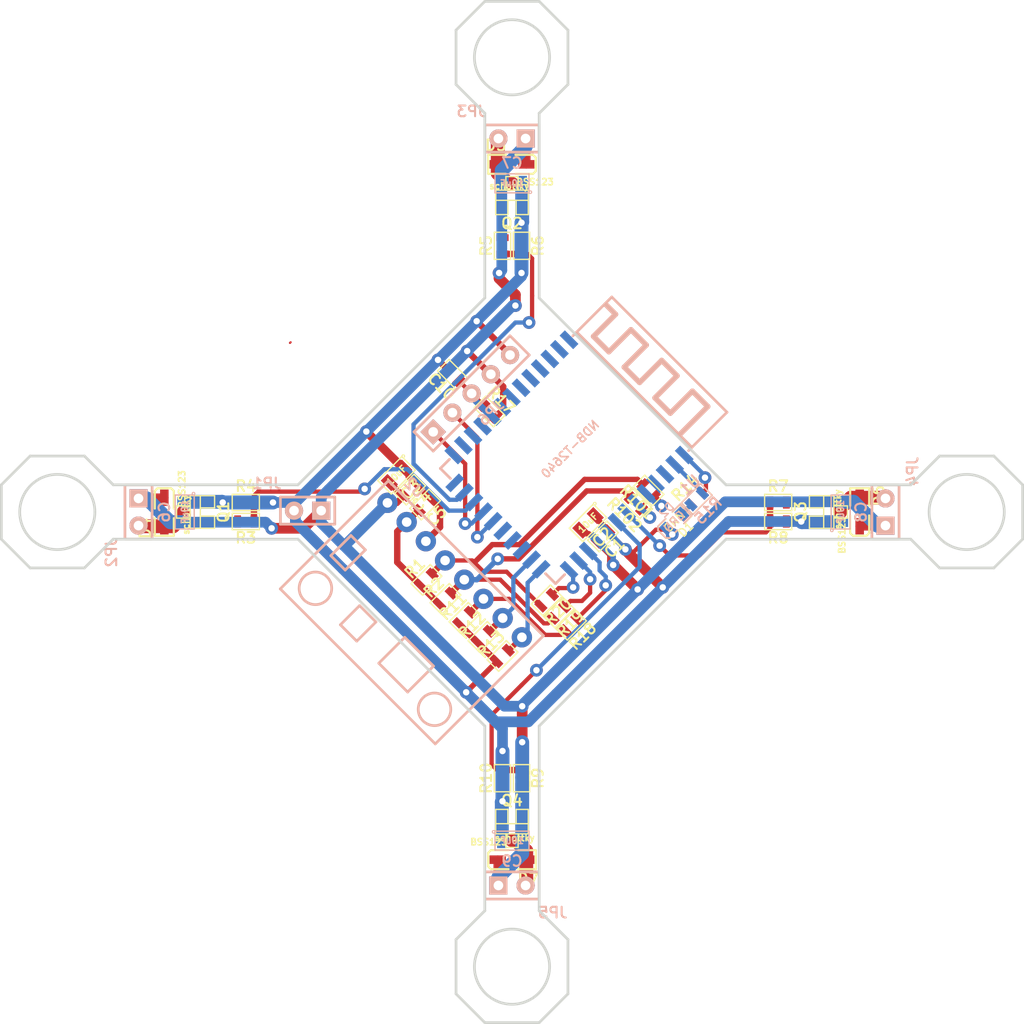
<source format=kicad_pcb>
(kicad_pcb (version 20171130) (host pcbnew 5.1.5+dfsg1-2build2)

  (general
    (thickness 1.6002)
    (drawings 60)
    (tracks 351)
    (zones 0)
    (modules 49)
    (nets 51)
  )

  (page A4)
  (title_block
    (title "KEMER KONTROL")
    (date "22 mar 2019")
    (company "KOLTEST LTD.")
  )

  (layers
    (0 Top signal)
    (1 Inner1 signal)
    (2 Inner2 signal)
    (31 Bottom signal)
    (32 B.Adhes user)
    (33 F.Adhes user hide)
    (34 B.Paste user)
    (35 F.Paste user)
    (36 B.SilkS user)
    (37 F.SilkS user)
    (38 B.Mask user hide)
    (39 F.Mask user hide)
    (40 Dwgs.User user hide)
    (41 Cmts.User user)
    (42 Eco1.User user)
    (43 Eco2.User user)
    (44 Edge.Cuts user)
    (45 Margin user)
    (46 B.CrtYd user)
    (47 F.CrtYd user)
  )

  (setup
    (last_trace_width 0.2032)
    (user_trace_width 0.254)
    (user_trace_width 0.39878)
    (user_trace_width 0.50038)
    (user_trace_width 0.59944)
    (user_trace_width 0.7)
    (user_trace_width 0.8)
    (user_trace_width 0.9)
    (user_trace_width 1)
    (user_trace_width 1.3)
    (user_trace_width 1.5)
    (user_trace_width 1.8)
    (user_trace_width 2)
    (user_trace_width 2.5)
    (user_trace_width 3)
    (trace_clearance 0.19)
    (zone_clearance 0.6)
    (zone_45_only yes)
    (trace_min 0.2032)
    (via_size 0.889)
    (via_drill 0.635)
    (via_min_size 0.5)
    (via_min_drill 0.25)
    (user_via 0.6 0.3)
    (user_via 0.8 0.4)
    (user_via 1.00076 0.50038)
    (user_via 1.00076 0.59944)
    (user_via 1.1 0.59944)
    (user_via 1.19888 0.59944)
    (user_via 1.3 0.59944)
    (user_via 1.5 0.7)
    (user_via 1.8 1)
    (user_via 2 1)
    (user_via 2.4 1.2)
    (uvia_size 0.508)
    (uvia_drill 0.127)
    (uvias_allowed no)
    (uvia_min_size 0.508)
    (uvia_min_drill 0.127)
    (edge_width 0.254)
    (segment_width 0.254)
    (pcb_text_width 0.3048)
    (pcb_text_size 1.524 2.032)
    (mod_edge_width 0.254)
    (mod_text_size 1 1)
    (mod_text_width 0.19)
    (pad_size 3.6576 2.032)
    (pad_drill 0)
    (pad_to_mask_clearance 0.254)
    (aux_axis_origin 153.2509 85.0138)
    (grid_origin 195.7959 84.9503)
    (visible_elements 7FFBFF7F)
    (pcbplotparams
      (layerselection 0x01000_fffffff9)
      (usegerberextensions true)
      (usegerberattributes false)
      (usegerberadvancedattributes false)
      (creategerberjobfile false)
      (excludeedgelayer true)
      (linewidth 0.150000)
      (plotframeref false)
      (viasonmask false)
      (mode 1)
      (useauxorigin true)
      (hpglpennumber 1)
      (hpglpenspeed 20)
      (hpglpendiameter 15.000000)
      (psnegative false)
      (psa4output false)
      (plotreference true)
      (plotvalue false)
      (plotinvisibletext false)
      (padsonsilk false)
      (subtractmaskfromsilk false)
      (outputformat 1)
      (mirror false)
      (drillshape 0)
      (scaleselection 1)
      (outputdirectory "Quad_GRB/"))
  )

  (net 0 "")
  (net 1 GND)
  (net 2 Vbat)
  (net 3 3V3)
  (net 4 "Net-(D1-Pad1)")
  (net 5 "Net-(D2-Pad1)")
  (net 6 "Net-(D4-Pad1)")
  (net 7 "Net-(D5-Pad1)")
  (net 8 "Net-(D6-Pad1)")
  (net 9 "Net-(D7-Pad1)")
  (net 10 "Net-(Q1-PadG)")
  (net 11 "Net-(Q2-PadG)")
  (net 12 "Net-(Q3-PadG)")
  (net 13 "Net-(Q4-PadG)")
  (net 14 /SCL)
  (net 15 /SDA)
  (net 16 /M1)
  (net 17 /M2)
  (net 18 /M3)
  (net 19 /M4)
  (net 20 /SDO)
  (net 21 /NCS)
  (net 22 /CSB)
  (net 23 /LED1)
  (net 24 /LED2)
  (net 25 "Net-(U1-Pad3)")
  (net 26 "Net-(U1-Pad4)")
  (net 27 "Net-(U1-Pad24)")
  (net 28 "Net-(U1-Pad25)")
  (net 29 "Net-(U1-Pad26)")
  (net 30 "Net-(U1-Pad27)")
  (net 31 "Net-(U1-Pad29)")
  (net 32 "Net-(U1-Pad30)")
  (net 33 "Net-(U1-Pad31)")
  (net 34 "Net-(U1-Pad32)")
  (net 35 "Net-(U1-Pad33)")
  (net 36 "Net-(U1-Pad34)")
  (net 37 "Net-(U1-Pad35)")
  (net 38 "Net-(U1-Pad36)")
  (net 39 "Net-(U1-Pad18)")
  (net 40 "Net-(U1-Pad17)")
  (net 41 "Net-(U1-Pad16)")
  (net 42 "Net-(U1-Pad23)")
  (net 43 "Net-(JP6-Pad1)")
  (net 44 "Net-(JP6-Pad2)")
  (net 45 /MISO)
  (net 46 /MOSI)
  (net 47 /CLK)
  (net 48 "Net-(C10-Pad1)")
  (net 49 "Net-(R101-Pad1)")
  (net 50 "Net-(R102-Pad1)")

  (net_class Default "This is the default net class."
    (clearance 0.19)
    (trace_width 0.2032)
    (via_dia 0.889)
    (via_drill 0.635)
    (uvia_dia 0.508)
    (uvia_drill 0.127)
    (diff_pair_width 0.21)
    (diff_pair_gap 0.25)
    (add_net /CLK)
    (add_net /CSB)
    (add_net /LED1)
    (add_net /LED2)
    (add_net /M1)
    (add_net /M2)
    (add_net /M3)
    (add_net /M4)
    (add_net /MISO)
    (add_net /MOSI)
    (add_net /NCS)
    (add_net /SCL)
    (add_net /SDA)
    (add_net /SDO)
    (add_net 3V3)
    (add_net GND)
    (add_net "Net-(C10-Pad1)")
    (add_net "Net-(D1-Pad1)")
    (add_net "Net-(D2-Pad1)")
    (add_net "Net-(D4-Pad1)")
    (add_net "Net-(D5-Pad1)")
    (add_net "Net-(D6-Pad1)")
    (add_net "Net-(D7-Pad1)")
    (add_net "Net-(JP6-Pad1)")
    (add_net "Net-(JP6-Pad2)")
    (add_net "Net-(Q1-PadG)")
    (add_net "Net-(Q2-PadG)")
    (add_net "Net-(Q3-PadG)")
    (add_net "Net-(Q4-PadG)")
    (add_net "Net-(R101-Pad1)")
    (add_net "Net-(R102-Pad1)")
    (add_net "Net-(U1-Pad16)")
    (add_net "Net-(U1-Pad17)")
    (add_net "Net-(U1-Pad18)")
    (add_net "Net-(U1-Pad23)")
    (add_net "Net-(U1-Pad24)")
    (add_net "Net-(U1-Pad25)")
    (add_net "Net-(U1-Pad26)")
    (add_net "Net-(U1-Pad27)")
    (add_net "Net-(U1-Pad29)")
    (add_net "Net-(U1-Pad3)")
    (add_net "Net-(U1-Pad30)")
    (add_net "Net-(U1-Pad31)")
    (add_net "Net-(U1-Pad32)")
    (add_net "Net-(U1-Pad33)")
    (add_net "Net-(U1-Pad34)")
    (add_net "Net-(U1-Pad35)")
    (add_net "Net-(U1-Pad36)")
    (add_net "Net-(U1-Pad4)")
    (add_net Vbat)
  )

  (module SLH_Others:GY-91 (layer Bottom) (tedit 5ECCF23E) (tstamp 5ECEB407)
    (at 184.2389 82.0293 315)
    (path /5EDCAE95)
    (fp_text reference U2 (at 2.159 -1.27 135) (layer B.SilkS)
      (effects (font (size 1 1) (thickness 0.19)) (justify mirror))
    )
    (fp_text value GY-91 (at 10.414 6.35 135) (layer B.Fab)
      (effects (font (size 1 1) (thickness 0.19)) (justify mirror))
    )
    (fp_line (start 3.048 8.763) (end 1.143 8.763) (layer B.SilkS) (width 0.254))
    (fp_line (start 3.048 6.096) (end 3.048 8.763) (layer B.SilkS) (width 0.254))
    (fp_line (start 1.143 6.096) (end 3.048 6.096) (layer B.SilkS) (width 0.254))
    (fp_line (start 1.143 8.763) (end 1.143 6.096) (layer B.SilkS) (width 0.254))
    (fp_line (start 8.509 12.7) (end 6.35 12.7) (layer B.SilkS) (width 0.254))
    (fp_line (start 8.509 10.16) (end 8.509 12.7) (layer B.SilkS) (width 0.254))
    (fp_line (start 6.35 10.16) (end 8.509 10.16) (layer B.SilkS) (width 0.254))
    (fp_line (start 6.35 12.7) (end 6.35 10.16) (layer B.SilkS) (width 0.254))
    (fp_line (start 15.24 12.7) (end 11.43 12.7) (layer B.SilkS) (width 0.254))
    (fp_line (start 15.24 9.271) (end 15.24 12.7) (layer B.SilkS) (width 0.254))
    (fp_line (start 11.43 9.271) (end 15.24 9.271) (layer B.SilkS) (width 0.254))
    (fp_line (start 11.43 12.7) (end 11.43 9.271) (layer B.SilkS) (width 0.254))
    (fp_circle (center 18.161 12.065) (end 18.161 13.589) (layer B.SilkS) (width 0.254))
    (fp_circle (center 2.286 11.938) (end 2.286 13.462) (layer B.SilkS) (width 0.254))
    (fp_line (start 20.5 14.3) (end 20.5 0) (layer B.SilkS) (width 0.254))
    (fp_line (start 0 14.3) (end 20.5 14.3) (layer B.SilkS) (width 0.254))
    (fp_line (start 0 0) (end 0 14.3) (layer B.SilkS) (width 0.254))
    (fp_line (start 0 0) (end 20.5 0) (layer B.SilkS) (width 0.254))
    (pad 1 thru_hole circle (at 1.397 1.524 315) (size 1.9 1.9) (drill 0.9) (layers *.Cu *.Mask)
      (net 2 Vbat))
    (pad 2 thru_hole circle (at 3.937 1.524 315) (size 1.9 1.9) (drill 0.9) (layers *.Cu *.Mask)
      (net 3 3V3))
    (pad 3 thru_hole circle (at 6.477 1.524 315) (size 1.9 1.9) (drill 0.9) (layers *.Cu *.Mask)
      (net 1 GND))
    (pad 4 thru_hole circle (at 9.017 1.524 315) (size 1.9 1.9) (drill 0.9) (layers *.Cu *.Mask)
      (net 14 /SCL))
    (pad 5 thru_hole circle (at 11.557 1.524 315) (size 1.9 1.9) (drill 0.9) (layers *.Cu *.Mask)
      (net 15 /SDA))
    (pad 6 thru_hole circle (at 14.097 1.524 315) (size 1.9 1.9) (drill 0.9) (layers *.Cu *.Mask)
      (net 20 /SDO))
    (pad 7 thru_hole circle (at 16.637 1.524 315) (size 1.9 1.9) (drill 0.9) (layers *.Cu *.Mask)
      (net 21 /NCS))
    (pad 8 thru_hole circle (at 19.177 1.524 315) (size 1.9 1.9) (drill 0.9) (layers *.Cu *.Mask)
      (net 22 /CSB))
  )

  (module SLH_Passive:SM0603_c (layer Top) (tedit 5C9DE605) (tstamp 5ECE9664)
    (at 204.3049 87.2363 225)
    (path /5C869605)
    (clearance 0.1)
    (attr smd)
    (fp_text reference C1 (at 0 -1.524 225) (layer F.SilkS)
      (effects (font (size 1 1) (thickness 0.19)))
    )
    (fp_text value 100nF (at 0 0 225) (layer F.SilkS) hide
      (effects (font (size 0.6 0.6) (thickness 0.14)))
    )
    (fp_line (start -1.27 0.762) (end -1.27 -0.762) (layer F.SilkS) (width 0.127))
    (fp_line (start 1.27 0.762) (end -1.27 0.762) (layer F.SilkS) (width 0.127))
    (fp_line (start 1.27 -0.762) (end 1.27 0.762) (layer F.SilkS) (width 0.127))
    (fp_line (start -1.27 -0.762) (end 1.27 -0.762) (layer F.SilkS) (width 0.127))
    (pad 1 smd rect (at -0.762 0 225) (size 0.635 1.143) (layers Top F.Paste F.Mask)
      (net 1 GND))
    (pad 2 smd rect (at 0.762 0 225) (size 0.635 1.143) (layers Top F.Paste F.Mask)
      (net 2 Vbat))
    (model ${LIB_SLH}/Drawings/SLH_Passive/C_0603_1608Metric.step
      (at (xyz 0 0 0))
      (scale (xyz 1 1 1))
      (rotate (xyz 0 0 0))
    )
  )

  (module SLH_Passive:SM0805_c (layer Top) (tedit 5C9DE616) (tstamp 5ECE966F)
    (at 202.9079 85.9663 225)
    (path /5ED18F7C)
    (clearance 0.1)
    (attr smd)
    (fp_text reference C2 (at 0 -1.904999 45) (layer F.SilkS)
      (effects (font (size 1 1) (thickness 0.19)))
    )
    (fp_text value 10uF (at 0 0 45) (layer F.SilkS)
      (effects (font (size 0.6 0.6) (thickness 0.14)))
    )
    (fp_circle (center -1.7145 0.8255) (end -1.7145 0.6985) (layer F.SilkS) (width 0.09906))
    (fp_line (start 1.5875 0.889) (end 1.5875 -0.889) (layer F.SilkS) (width 0.127))
    (fp_line (start -1.5875 -0.889) (end -1.5875 0.889) (layer F.SilkS) (width 0.127))
    (fp_line (start 1.5875 -0.889) (end -1.5875 -0.889) (layer F.SilkS) (width 0.127))
    (fp_line (start -1.5875 0.889) (end 1.5875 0.889) (layer F.SilkS) (width 0.127))
    (pad 1 smd rect (at -0.9525 0 225) (size 0.889 1.397) (layers Top F.Paste F.Mask)
      (net 1 GND))
    (pad 2 smd rect (at 0.9525 0 225) (size 0.889 1.397) (layers Top F.Paste F.Mask)
      (net 2 Vbat))
    (model ${LIB_SLH}/Drawings/SLH_Passive/C_0805_2012Metric.step
      (at (xyz 0 0 0))
      (scale (xyz 1 1 1))
      (rotate (xyz 0 0 0))
    )
  )

  (module SLH_Passive:SM0805_c (layer Top) (tedit 5C9DE616) (tstamp 5ECE967A)
    (at 185.0009 81.5213 225)
    (path /5EDCC6AA)
    (clearance 0.1)
    (attr smd)
    (fp_text reference C3 (at 0 -1.905 45) (layer F.SilkS)
      (effects (font (size 1 1) (thickness 0.19)))
    )
    (fp_text value 10uF (at 0 0 45) (layer F.SilkS)
      (effects (font (size 0.6 0.6) (thickness 0.14)))
    )
    (fp_line (start -1.5875 0.889) (end 1.5875 0.889) (layer F.SilkS) (width 0.127))
    (fp_line (start 1.5875 -0.889) (end -1.5875 -0.889) (layer F.SilkS) (width 0.127))
    (fp_line (start -1.5875 -0.889) (end -1.5875 0.889) (layer F.SilkS) (width 0.127))
    (fp_line (start 1.5875 0.889) (end 1.5875 -0.889) (layer F.SilkS) (width 0.127))
    (fp_circle (center -1.7145 0.8255) (end -1.7145 0.6985) (layer F.SilkS) (width 0.09906))
    (pad 2 smd rect (at 0.9525 0 225) (size 0.889 1.397) (layers Top F.Paste F.Mask)
      (net 2 Vbat))
    (pad 1 smd rect (at -0.9525 0 225) (size 0.889 1.397) (layers Top F.Paste F.Mask)
      (net 1 GND))
    (model ${LIB_SLH}/Drawings/SLH_Passive/C_0805_2012Metric.step
      (at (xyz 0 0 0))
      (scale (xyz 1 1 1))
      (rotate (xyz 0 0 0))
    )
  )

  (module SLH_Passive:SM0603_c (layer Top) (tedit 5C9DE605) (tstamp 5ECE9684)
    (at 186.2709 82.8548 225)
    (path /5EDCC69F)
    (clearance 0.1)
    (attr smd)
    (fp_text reference C4 (at 0 -1.524 45) (layer F.SilkS)
      (effects (font (size 1 1) (thickness 0.19)))
    )
    (fp_text value 100nF (at 0 0 45) (layer F.SilkS) hide
      (effects (font (size 0.6 0.6) (thickness 0.14)))
    )
    (fp_line (start -1.27 -0.762) (end 1.27 -0.762) (layer F.SilkS) (width 0.127))
    (fp_line (start 1.27 -0.762) (end 1.27 0.762) (layer F.SilkS) (width 0.127))
    (fp_line (start 1.27 0.762) (end -1.27 0.762) (layer F.SilkS) (width 0.127))
    (fp_line (start -1.27 0.762) (end -1.27 -0.762) (layer F.SilkS) (width 0.127))
    (pad 2 smd rect (at 0.762 0 225) (size 0.635 1.143) (layers Top F.Paste F.Mask)
      (net 2 Vbat))
    (pad 1 smd rect (at -0.762 0 225) (size 0.635 1.143) (layers Top F.Paste F.Mask)
      (net 1 GND))
    (model ${LIB_SLH}/Drawings/SLH_Passive/C_0603_1608Metric.step
      (at (xyz 0 0 0))
      (scale (xyz 1 1 1))
      (rotate (xyz 0 0 0))
    )
  )

  (module SLH_Passive:SM0603_c (layer Top) (tedit 5C9DE605) (tstamp 5ECE968E)
    (at 187.6679 84.2518 225)
    (path /5EE6143C)
    (clearance 0.1)
    (attr smd)
    (fp_text reference C5 (at 0 -1.524 45) (layer F.SilkS)
      (effects (font (size 1 1) (thickness 0.19)))
    )
    (fp_text value 100nF (at 0 0 45) (layer F.SilkS) hide
      (effects (font (size 0.6 0.6) (thickness 0.14)))
    )
    (fp_line (start -1.27 0.762) (end -1.27 -0.762) (layer F.SilkS) (width 0.127))
    (fp_line (start 1.27 0.762) (end -1.27 0.762) (layer F.SilkS) (width 0.127))
    (fp_line (start 1.27 -0.762) (end 1.27 0.762) (layer F.SilkS) (width 0.127))
    (fp_line (start -1.27 -0.762) (end 1.27 -0.762) (layer F.SilkS) (width 0.127))
    (pad 1 smd rect (at -0.762 0 225) (size 0.635 1.143) (layers Top F.Paste F.Mask)
      (net 1 GND))
    (pad 2 smd rect (at 0.762 0 225) (size 0.635 1.143) (layers Top F.Paste F.Mask)
      (net 3 3V3))
    (model ${LIB_SLH}/Drawings/SLH_Passive/C_0603_1608Metric.step
      (at (xyz 0 0 0))
      (scale (xyz 1 1 1))
      (rotate (xyz 0 0 0))
    )
  )

  (module SLH_Passive:LED-0805 (layer Top) (tedit 5C9DE52B) (tstamp 5ECE969D)
    (at 210.9851 85.8647 225)
    (descr "LED 0805 smd package")
    (tags "LED 0805 SMD")
    (path /5F2D3033)
    (attr smd)
    (fp_text reference D1 (at -0.254 -1.27 45) (layer F.SilkS)
      (effects (font (size 0.762 0.762) (thickness 0.127)))
    )
    (fp_text value GRN (at 0 0 45) (layer F.SilkS)
      (effects (font (size 0.762 0.762) (thickness 0.127)))
    )
    (fp_line (start 1.651 -0.508) (end 1.651 0.508) (layer F.SilkS) (width 0.15))
    (fp_line (start 1.397 -0.762) (end 1.651 -0.508) (layer F.SilkS) (width 0.15))
    (fp_line (start 0.381 -0.762) (end 1.397 -0.762) (layer F.SilkS) (width 0.15))
    (fp_line (start 1.397 0.762) (end 1.651 0.508) (layer F.SilkS) (width 0.15))
    (fp_line (start 1.27 0.762) (end 1.397 0.762) (layer F.SilkS) (width 0.15))
    (fp_line (start 0.381 0.762) (end 1.27 0.762) (layer F.SilkS) (width 0.15))
    (fp_line (start -1.524 0.762) (end -0.508 0.762) (layer F.SilkS) (width 0.15))
    (fp_line (start -1.524 -0.762) (end -0.508 -0.762) (layer F.SilkS) (width 0.15))
    (fp_line (start -1.524 -0.762) (end -1.524 0.762) (layer F.SilkS) (width 0.15))
    (pad 1 smd rect (at -1 0 225) (size 0.8 1.19888) (layers Top F.Paste F.Mask)
      (net 4 "Net-(D1-Pad1)"))
    (pad 2 smd rect (at 1 0 225) (size 0.8 1.19888) (layers Top F.Paste F.Mask)
      (net 1 GND))
    (model ${LIB_SLH}/Drawings/SLH_Passive/LED_0805_2012Metric.step
      (at (xyz 0 0 0))
      (scale (xyz 1 1 1))
      (rotate (xyz 0 0 0))
    )
  )

  (module SLH_Passive:LED-0805 (layer Bottom) (tedit 5C9DE52B) (tstamp 5ECE96AC)
    (at 210.9724 85.8393 225)
    (descr "LED 0805 smd package")
    (tags "LED 0805 SMD")
    (path /5F2EBACE)
    (attr smd)
    (fp_text reference D2 (at -0.254 1.27 45) (layer B.SilkS)
      (effects (font (size 0.762 0.762) (thickness 0.127)) (justify mirror))
    )
    (fp_text value GRN (at 0 0 45) (layer B.SilkS)
      (effects (font (size 0.762 0.762) (thickness 0.127)) (justify mirror))
    )
    (fp_line (start -1.524 0.762) (end -1.524 -0.762) (layer B.SilkS) (width 0.15))
    (fp_line (start -1.524 0.762) (end -0.508 0.762) (layer B.SilkS) (width 0.15))
    (fp_line (start -1.524 -0.762) (end -0.508 -0.762) (layer B.SilkS) (width 0.15))
    (fp_line (start 0.381 -0.762) (end 1.27 -0.762) (layer B.SilkS) (width 0.15))
    (fp_line (start 1.27 -0.762) (end 1.397 -0.762) (layer B.SilkS) (width 0.15))
    (fp_line (start 1.397 -0.762) (end 1.651 -0.508) (layer B.SilkS) (width 0.15))
    (fp_line (start 0.381 0.762) (end 1.397 0.762) (layer B.SilkS) (width 0.15))
    (fp_line (start 1.397 0.762) (end 1.651 0.508) (layer B.SilkS) (width 0.15))
    (fp_line (start 1.651 0.508) (end 1.651 -0.508) (layer B.SilkS) (width 0.15))
    (pad 2 smd rect (at 1 0 225) (size 0.8 1.19888) (layers Bottom B.Paste B.Mask)
      (net 1 GND))
    (pad 1 smd rect (at -1 0 225) (size 0.8 1.19888) (layers Bottom B.Paste B.Mask)
      (net 5 "Net-(D2-Pad1)"))
    (model ${LIB_SLH}/Drawings/SLH_Passive/LED_0805_2012Metric.step
      (at (xyz 0 0 0))
      (scale (xyz 1 1 1))
      (rotate (xyz 0 0 0))
    )
  )

  (module SLH_Passive:SOD123 (layer Top) (tedit 5CA87C6C) (tstamp 5ECEA4FA)
    (at 163.2839 84.9503 90)
    (path /5EEF483A)
    (clearance 0.05)
    (attr smd)
    (fp_text reference D4 (at -1.524 -1.778 90) (layer F.SilkS)
      (effects (font (size 1 1) (thickness 0.19)))
    )
    (fp_text value schottky (at -0.254 2.032 90) (layer F.SilkS)
      (effects (font (size 0.6 0.6) (thickness 0.14)))
    )
    (fp_line (start -0.5715 -0.889) (end -2.2225 -0.889) (layer F.SilkS) (width 0.2))
    (fp_line (start 1.9685 0.889) (end 0.3175 0.889) (layer F.SilkS) (width 0.2))
    (fp_line (start 0.3175 -0.889) (end 1.9685 -0.889) (layer F.SilkS) (width 0.2))
    (fp_line (start -2.2225 0.889) (end -0.5715 0.889) (layer F.SilkS) (width 0.2))
    (fp_line (start 1.9685 -0.889) (end 2.2225 -0.635) (layer F.SilkS) (width 0.2))
    (fp_line (start 1.9685 0.889) (end 2.2225 0.635) (layer F.SilkS) (width 0.2))
    (fp_line (start 2.2225 -0.635) (end 2.2225 0.635) (layer F.SilkS) (width 0.2))
    (fp_line (start -2.2225 -0.889) (end -2.2225 0.889) (layer F.SilkS) (width 0.2))
    (pad 1 smd rect (at -1.3335 0 90) (size 1.524 0.8) (layers Top F.Paste F.Mask)
      (net 6 "Net-(D4-Pad1)"))
    (pad 2 smd rect (at 1.3335 0 90) (size 1.524 0.8) (layers Top F.Paste F.Mask)
      (net 2 Vbat))
    (model ${LIB_SLH}/Drawings/SLH_Passive/D_SOD-123.step
      (at (xyz 0 0 0))
      (scale (xyz 1 1 1))
      (rotate (xyz 0 0 180))
    )
  )

  (module SLH_Passive:SOD123 (layer Top) (tedit 5CA87C6C) (tstamp 5ECE96D7)
    (at 195.7959 52.4383)
    (path /5F0393EA)
    (clearance 0.05)
    (attr smd)
    (fp_text reference D5 (at -1.524 -1.778) (layer F.SilkS)
      (effects (font (size 1 1) (thickness 0.19)))
    )
    (fp_text value schottky (at -0.254 2.032) (layer F.SilkS)
      (effects (font (size 0.6 0.6) (thickness 0.14)))
    )
    (fp_line (start -2.2225 -0.889) (end -2.2225 0.889) (layer F.SilkS) (width 0.2))
    (fp_line (start 2.2225 -0.635) (end 2.2225 0.635) (layer F.SilkS) (width 0.2))
    (fp_line (start 1.9685 0.889) (end 2.2225 0.635) (layer F.SilkS) (width 0.2))
    (fp_line (start 1.9685 -0.889) (end 2.2225 -0.635) (layer F.SilkS) (width 0.2))
    (fp_line (start -2.2225 0.889) (end -0.5715 0.889) (layer F.SilkS) (width 0.2))
    (fp_line (start 0.3175 -0.889) (end 1.9685 -0.889) (layer F.SilkS) (width 0.2))
    (fp_line (start 1.9685 0.889) (end 0.3175 0.889) (layer F.SilkS) (width 0.2))
    (fp_line (start -0.5715 -0.889) (end -2.2225 -0.889) (layer F.SilkS) (width 0.2))
    (pad 2 smd rect (at 1.3335 0) (size 1.524 0.8) (layers Top F.Paste F.Mask)
      (net 2 Vbat))
    (pad 1 smd rect (at -1.3335 0) (size 1.524 0.8) (layers Top F.Paste F.Mask)
      (net 7 "Net-(D5-Pad1)"))
    (model ${LIB_SLH}/Drawings/SLH_Passive/D_SOD-123.step
      (at (xyz 0 0 0))
      (scale (xyz 1 1 1))
      (rotate (xyz 0 0 180))
    )
  )

  (module SLH_Passive:SOD123 (layer Top) (tedit 5CA87C6C) (tstamp 5ECE96E5)
    (at 228.3079 84.9503 270)
    (path /5F04CC46)
    (clearance 0.05)
    (attr smd)
    (fp_text reference D6 (at -1.524 -1.778 90) (layer F.SilkS)
      (effects (font (size 1 1) (thickness 0.19)))
    )
    (fp_text value schottky (at -0.254 2.032 90) (layer F.SilkS)
      (effects (font (size 0.6 0.6) (thickness 0.14)))
    )
    (fp_line (start -2.2225 -0.889) (end -2.2225 0.889) (layer F.SilkS) (width 0.2))
    (fp_line (start 2.2225 -0.635) (end 2.2225 0.635) (layer F.SilkS) (width 0.2))
    (fp_line (start 1.9685 0.889) (end 2.2225 0.635) (layer F.SilkS) (width 0.2))
    (fp_line (start 1.9685 -0.889) (end 2.2225 -0.635) (layer F.SilkS) (width 0.2))
    (fp_line (start -2.2225 0.889) (end -0.5715 0.889) (layer F.SilkS) (width 0.2))
    (fp_line (start 0.3175 -0.889) (end 1.9685 -0.889) (layer F.SilkS) (width 0.2))
    (fp_line (start 1.9685 0.889) (end 0.3175 0.889) (layer F.SilkS) (width 0.2))
    (fp_line (start -0.5715 -0.889) (end -2.2225 -0.889) (layer F.SilkS) (width 0.2))
    (pad 2 smd rect (at 1.3335 0 270) (size 1.524 0.8) (layers Top F.Paste F.Mask)
      (net 2 Vbat))
    (pad 1 smd rect (at -1.3335 0 270) (size 1.524 0.8) (layers Top F.Paste F.Mask)
      (net 8 "Net-(D6-Pad1)"))
    (model ${LIB_SLH}/Drawings/SLH_Passive/D_SOD-123.step
      (at (xyz 0 0 0))
      (scale (xyz 1 1 1))
      (rotate (xyz 0 0 180))
    )
  )

  (module SLH_Passive:SOD123 (layer Top) (tedit 5CA87C6C) (tstamp 5ECE96F3)
    (at 195.7959 117.4623 180)
    (path /5F04CC87)
    (clearance 0.05)
    (attr smd)
    (fp_text reference D7 (at -1.524 -1.778) (layer F.SilkS)
      (effects (font (size 1 1) (thickness 0.19)))
    )
    (fp_text value schottky (at -0.254 2.032) (layer F.SilkS)
      (effects (font (size 0.6 0.6) (thickness 0.14)))
    )
    (fp_line (start -0.5715 -0.889) (end -2.2225 -0.889) (layer F.SilkS) (width 0.2))
    (fp_line (start 1.9685 0.889) (end 0.3175 0.889) (layer F.SilkS) (width 0.2))
    (fp_line (start 0.3175 -0.889) (end 1.9685 -0.889) (layer F.SilkS) (width 0.2))
    (fp_line (start -2.2225 0.889) (end -0.5715 0.889) (layer F.SilkS) (width 0.2))
    (fp_line (start 1.9685 -0.889) (end 2.2225 -0.635) (layer F.SilkS) (width 0.2))
    (fp_line (start 1.9685 0.889) (end 2.2225 0.635) (layer F.SilkS) (width 0.2))
    (fp_line (start 2.2225 -0.635) (end 2.2225 0.635) (layer F.SilkS) (width 0.2))
    (fp_line (start -2.2225 -0.889) (end -2.2225 0.889) (layer F.SilkS) (width 0.2))
    (pad 1 smd rect (at -1.3335 0 180) (size 1.524 0.8) (layers Top F.Paste F.Mask)
      (net 9 "Net-(D7-Pad1)"))
    (pad 2 smd rect (at 1.3335 0 180) (size 1.524 0.8) (layers Top F.Paste F.Mask)
      (net 2 Vbat))
    (model ${LIB_SLH}/Drawings/SLH_Passive/D_SOD-123.step
      (at (xyz 0 0 0))
      (scale (xyz 1 1 1))
      (rotate (xyz 0 0 180))
    )
  )

  (module SLH_Headers:Header_1x02_M_Vert_2.54_THT (layer Bottom) (tedit 5CA262E9) (tstamp 5ECE96FD)
    (at 177.9524 84.8233 180)
    (path /5F3B23A7)
    (fp_text reference JP1 (at 5.08 2.54) (layer B.SilkS)
      (effects (font (size 1 1) (thickness 0.19)) (justify mirror))
    )
    (fp_text value CONN_02 (at 0 -2.54) (layer B.SilkS) hide
      (effects (font (size 0.75946 0.75946) (thickness 0.127)) (justify mirror))
    )
    (fp_line (start 3.81 1.27) (end 3.81 -1.27) (layer B.SilkS) (width 0.254))
    (fp_line (start -1.27 -1.27) (end -1.27 1.27) (layer B.SilkS) (width 0.254))
    (fp_line (start 3.81 1.27) (end -1.27 1.27) (layer B.SilkS) (width 0.254))
    (fp_line (start -1.27 -1.27) (end 3.81 -1.27) (layer B.SilkS) (width 0.254))
    (pad 1 thru_hole rect (at 0 0 180) (size 1.69926 1.69926) (drill 0.89916) (layers *.Cu *.Mask B.SilkS)
      (net 2 Vbat))
    (pad 2 thru_hole circle (at 2.54 0 180) (size 1.69926 1.69926) (drill 0.89916) (layers *.Cu *.Mask B.SilkS)
      (net 1 GND))
    (model ${LIB_SLH}/Drawings/SLH_Headers/PinHeader_1x02_P2.54mm_Vertical.step
      (at (xyz 0 0 0))
      (scale (xyz 1 1 1))
      (rotate (xyz 0 0 -90))
    )
  )

  (module SLH_Headers:Header_1x02_M_Vert_2.54_THT (layer Bottom) (tedit 5CA262E9) (tstamp 5ECE9707)
    (at 160.8709 83.6803 270)
    (path /5EE62BAF)
    (fp_text reference JP2 (at 5.08 2.54 270) (layer B.SilkS)
      (effects (font (size 1 1) (thickness 0.19)) (justify mirror))
    )
    (fp_text value CONN_02 (at 0 -2.54 270) (layer B.SilkS) hide
      (effects (font (size 0.75946 0.75946) (thickness 0.127)) (justify mirror))
    )
    (fp_line (start -1.27 -1.27) (end 3.81 -1.27) (layer B.SilkS) (width 0.254))
    (fp_line (start 3.81 1.27) (end -1.27 1.27) (layer B.SilkS) (width 0.254))
    (fp_line (start -1.27 -1.27) (end -1.27 1.27) (layer B.SilkS) (width 0.254))
    (fp_line (start 3.81 1.27) (end 3.81 -1.27) (layer B.SilkS) (width 0.254))
    (pad 2 thru_hole circle (at 2.54 0 270) (size 1.69926 1.69926) (drill 0.89916) (layers *.Cu *.Mask B.SilkS)
      (net 6 "Net-(D4-Pad1)"))
    (pad 1 thru_hole rect (at 0 0 270) (size 1.69926 1.69926) (drill 0.89916) (layers *.Cu *.Mask B.SilkS)
      (net 2 Vbat))
    (model ${LIB_SLH}/Drawings/SLH_Headers/PinHeader_1x02_P2.54mm_Vertical.step
      (at (xyz 0 0 0))
      (scale (xyz 1 1 1))
      (rotate (xyz 0 0 -90))
    )
  )

  (module SLH_Headers:Header_1x02_M_Vert_2.54_THT (layer Bottom) (tedit 5CA262E9) (tstamp 5ECEA1E6)
    (at 197.0659 50.0253 180)
    (path /5F0393BD)
    (fp_text reference JP3 (at 5.08 2.54) (layer B.SilkS)
      (effects (font (size 1 1) (thickness 0.19)) (justify mirror))
    )
    (fp_text value CONN_02 (at 0 -2.54) (layer B.SilkS) hide
      (effects (font (size 0.75946 0.75946) (thickness 0.127)) (justify mirror))
    )
    (fp_line (start 3.81 1.27) (end 3.81 -1.27) (layer B.SilkS) (width 0.254))
    (fp_line (start -1.27 -1.27) (end -1.27 1.27) (layer B.SilkS) (width 0.254))
    (fp_line (start 3.81 1.27) (end -1.27 1.27) (layer B.SilkS) (width 0.254))
    (fp_line (start -1.27 -1.27) (end 3.81 -1.27) (layer B.SilkS) (width 0.254))
    (pad 1 thru_hole rect (at 0 0 180) (size 1.69926 1.69926) (drill 0.89916) (layers *.Cu *.Mask B.SilkS)
      (net 2 Vbat))
    (pad 2 thru_hole circle (at 2.54 0 180) (size 1.69926 1.69926) (drill 0.89916) (layers *.Cu *.Mask B.SilkS)
      (net 7 "Net-(D5-Pad1)"))
    (model ${LIB_SLH}/Drawings/SLH_Headers/PinHeader_1x02_P2.54mm_Vertical.step
      (at (xyz 0 0 0))
      (scale (xyz 1 1 1))
      (rotate (xyz 0 0 -90))
    )
  )

  (module SLH_Headers:Header_1x02_M_Vert_2.54_THT (layer Bottom) (tedit 5CA262E9) (tstamp 5ECE971B)
    (at 230.7209 86.2203 90)
    (path /5F04CC19)
    (fp_text reference JP4 (at 5.08 2.54 90) (layer B.SilkS)
      (effects (font (size 1 1) (thickness 0.19)) (justify mirror))
    )
    (fp_text value CONN_02 (at 0 -2.54 90) (layer B.SilkS) hide
      (effects (font (size 0.75946 0.75946) (thickness 0.127)) (justify mirror))
    )
    (fp_line (start -1.27 -1.27) (end 3.81 -1.27) (layer B.SilkS) (width 0.254))
    (fp_line (start 3.81 1.27) (end -1.27 1.27) (layer B.SilkS) (width 0.254))
    (fp_line (start -1.27 -1.27) (end -1.27 1.27) (layer B.SilkS) (width 0.254))
    (fp_line (start 3.81 1.27) (end 3.81 -1.27) (layer B.SilkS) (width 0.254))
    (pad 2 thru_hole circle (at 2.54 0 90) (size 1.69926 1.69926) (drill 0.89916) (layers *.Cu *.Mask B.SilkS)
      (net 8 "Net-(D6-Pad1)"))
    (pad 1 thru_hole rect (at 0 0 90) (size 1.69926 1.69926) (drill 0.89916) (layers *.Cu *.Mask B.SilkS)
      (net 2 Vbat))
    (model ${LIB_SLH}/Drawings/SLH_Headers/PinHeader_1x02_P2.54mm_Vertical.step
      (at (xyz 0 0 0))
      (scale (xyz 1 1 1))
      (rotate (xyz 0 0 -90))
    )
  )

  (module SLH_Headers:Header_1x02_M_Vert_2.54_THT (layer Bottom) (tedit 5CA262E9) (tstamp 5ECE9725)
    (at 194.5259 119.8753)
    (path /5F04CC5A)
    (fp_text reference JP5 (at 5.08 2.54) (layer B.SilkS)
      (effects (font (size 1 1) (thickness 0.19)) (justify mirror))
    )
    (fp_text value CONN_02 (at 0 -2.54) (layer B.SilkS) hide
      (effects (font (size 0.75946 0.75946) (thickness 0.127)) (justify mirror))
    )
    (fp_line (start 3.81 1.27) (end 3.81 -1.27) (layer B.SilkS) (width 0.254))
    (fp_line (start -1.27 -1.27) (end -1.27 1.27) (layer B.SilkS) (width 0.254))
    (fp_line (start 3.81 1.27) (end -1.27 1.27) (layer B.SilkS) (width 0.254))
    (fp_line (start -1.27 -1.27) (end 3.81 -1.27) (layer B.SilkS) (width 0.254))
    (pad 1 thru_hole rect (at 0 0) (size 1.69926 1.69926) (drill 0.89916) (layers *.Cu *.Mask B.SilkS)
      (net 2 Vbat))
    (pad 2 thru_hole circle (at 2.54 0) (size 1.69926 1.69926) (drill 0.89916) (layers *.Cu *.Mask B.SilkS)
      (net 9 "Net-(D7-Pad1)"))
    (model ${LIB_SLH}/Drawings/SLH_Headers/PinHeader_1x02_P2.54mm_Vertical.step
      (at (xyz 0 0 0))
      (scale (xyz 1 1 1))
      (rotate (xyz 0 0 -90))
    )
  )

  (module SLH_ICs:SOT23GDS (layer Top) (tedit 5D0DF860) (tstamp 5ECEA4C5)
    (at 166.2049 84.9503 90)
    (descr "Module CMS SOT23 Transistore EBC")
    (tags "CMS SOT")
    (path /5EE63728)
    (attr smd)
    (fp_text reference Q1 (at 0 2.6035 270) (layer F.SilkS)
      (effects (font (size 1 1) (thickness 0.19)))
    )
    (fp_text value BSS123 (at 2.159 -1.27 270) (layer F.SilkS)
      (effects (font (size 0.6 0.6) (thickness 0.14)))
    )
    (fp_line (start 0.5715 -0.508) (end 1.524 -0.508) (layer F.SilkS) (width 0.127))
    (fp_line (start -1.524 -0.508) (end -0.5715 -0.508) (layer F.SilkS) (width 0.127))
    (fp_line (start 0.5715 -1.778) (end 0.5715 -0.508) (layer F.SilkS) (width 0.127))
    (fp_line (start -1.524 0.4445) (end -1.524 -0.508) (layer F.SilkS) (width 0.127))
    (fp_line (start -0.5715 -1.778) (end 0.5715 -1.778) (layer F.SilkS) (width 0.127))
    (fp_line (start 1.524 -0.508) (end 1.524 1.778) (layer F.SilkS) (width 0.127))
    (fp_line (start -0.5715 -0.508) (end -0.5715 -1.778) (layer F.SilkS) (width 0.127))
    (fp_line (start -0.5715 -0.508) (end 0.5715 -0.508) (layer F.SilkS) (width 0.127))
    (fp_line (start -0.381 1.778) (end -0.381 0.4445) (layer F.SilkS) (width 0.127))
    (fp_line (start -1.524 1.778) (end -0.381 1.778) (layer F.SilkS) (width 0.127))
    (fp_line (start 1.524 1.778) (end 0.381 1.778) (layer F.SilkS) (width 0.127))
    (fp_line (start 0.381 1.778) (end 0.381 0.4445) (layer F.SilkS) (width 0.127))
    (fp_line (start -1.524 1.778) (end -1.524 0.4445) (layer F.SilkS) (width 0.127))
    (fp_line (start -1.524 0.4445) (end 1.524 0.4445) (layer F.SilkS) (width 0.127))
    (pad G smd rect (at -0.9525 1.09982 90) (size 0.8001 1.00076) (layers Top F.Paste F.Mask)
      (net 10 "Net-(Q1-PadG)"))
    (pad D smd rect (at 0 -1.09982 90) (size 0.8001 1.00076) (layers Top F.Paste F.Mask)
      (net 6 "Net-(D4-Pad1)"))
    (pad S smd rect (at 0.9525 1.09982 90) (size 0.8001 1.00076) (layers Top F.Paste F.Mask)
      (net 1 GND))
    (model ${LIB_SLH}/Drawings/SLH_ICs/SOT-23.step
      (at (xyz 0 0 0))
      (scale (xyz 1 1 1))
      (rotate (xyz 0 0 90))
    )
  )

  (module SLH_ICs:SOT23GDS (layer Top) (tedit 5D0DF860) (tstamp 5ECE974F)
    (at 195.7959 55.3593)
    (descr "Module CMS SOT23 Transistore EBC")
    (tags "CMS SOT")
    (path /5F0393C8)
    (attr smd)
    (fp_text reference Q2 (at 0 2.6035 180) (layer F.SilkS)
      (effects (font (size 1 1) (thickness 0.19)))
    )
    (fp_text value BSS123 (at 2.159 -1.27 180) (layer F.SilkS)
      (effects (font (size 0.6 0.6) (thickness 0.14)))
    )
    (fp_line (start -1.524 0.4445) (end 1.524 0.4445) (layer F.SilkS) (width 0.127))
    (fp_line (start -1.524 1.778) (end -1.524 0.4445) (layer F.SilkS) (width 0.127))
    (fp_line (start 0.381 1.778) (end 0.381 0.4445) (layer F.SilkS) (width 0.127))
    (fp_line (start 1.524 1.778) (end 0.381 1.778) (layer F.SilkS) (width 0.127))
    (fp_line (start -1.524 1.778) (end -0.381 1.778) (layer F.SilkS) (width 0.127))
    (fp_line (start -0.381 1.778) (end -0.381 0.4445) (layer F.SilkS) (width 0.127))
    (fp_line (start -0.5715 -0.508) (end 0.5715 -0.508) (layer F.SilkS) (width 0.127))
    (fp_line (start -0.5715 -0.508) (end -0.5715 -1.778) (layer F.SilkS) (width 0.127))
    (fp_line (start 1.524 -0.508) (end 1.524 1.778) (layer F.SilkS) (width 0.127))
    (fp_line (start -0.5715 -1.778) (end 0.5715 -1.778) (layer F.SilkS) (width 0.127))
    (fp_line (start -1.524 0.4445) (end -1.524 -0.508) (layer F.SilkS) (width 0.127))
    (fp_line (start 0.5715 -1.778) (end 0.5715 -0.508) (layer F.SilkS) (width 0.127))
    (fp_line (start -1.524 -0.508) (end -0.5715 -0.508) (layer F.SilkS) (width 0.127))
    (fp_line (start 0.5715 -0.508) (end 1.524 -0.508) (layer F.SilkS) (width 0.127))
    (pad S smd rect (at 0.9525 1.09982) (size 0.8001 1.00076) (layers Top F.Paste F.Mask)
      (net 1 GND))
    (pad D smd rect (at 0 -1.09982) (size 0.8001 1.00076) (layers Top F.Paste F.Mask)
      (net 7 "Net-(D5-Pad1)"))
    (pad G smd rect (at -0.9525 1.09982) (size 0.8001 1.00076) (layers Top F.Paste F.Mask)
      (net 11 "Net-(Q2-PadG)"))
    (model ${LIB_SLH}/Drawings/SLH_ICs/SOT-23.step
      (at (xyz 0 0 0))
      (scale (xyz 1 1 1))
      (rotate (xyz 0 0 90))
    )
  )

  (module SLH_ICs:SOT23GDS (layer Top) (tedit 5D0DF860) (tstamp 5ECE9764)
    (at 225.3869 84.9503 270)
    (descr "Module CMS SOT23 Transistore EBC")
    (tags "CMS SOT")
    (path /5F04CC24)
    (attr smd)
    (fp_text reference Q3 (at 0 2.6035 270) (layer F.SilkS)
      (effects (font (size 1 1) (thickness 0.19)))
    )
    (fp_text value BSS123 (at 2.159 -1.27 270) (layer F.SilkS)
      (effects (font (size 0.6 0.6) (thickness 0.14)))
    )
    (fp_line (start 0.5715 -0.508) (end 1.524 -0.508) (layer F.SilkS) (width 0.127))
    (fp_line (start -1.524 -0.508) (end -0.5715 -0.508) (layer F.SilkS) (width 0.127))
    (fp_line (start 0.5715 -1.778) (end 0.5715 -0.508) (layer F.SilkS) (width 0.127))
    (fp_line (start -1.524 0.4445) (end -1.524 -0.508) (layer F.SilkS) (width 0.127))
    (fp_line (start -0.5715 -1.778) (end 0.5715 -1.778) (layer F.SilkS) (width 0.127))
    (fp_line (start 1.524 -0.508) (end 1.524 1.778) (layer F.SilkS) (width 0.127))
    (fp_line (start -0.5715 -0.508) (end -0.5715 -1.778) (layer F.SilkS) (width 0.127))
    (fp_line (start -0.5715 -0.508) (end 0.5715 -0.508) (layer F.SilkS) (width 0.127))
    (fp_line (start -0.381 1.778) (end -0.381 0.4445) (layer F.SilkS) (width 0.127))
    (fp_line (start -1.524 1.778) (end -0.381 1.778) (layer F.SilkS) (width 0.127))
    (fp_line (start 1.524 1.778) (end 0.381 1.778) (layer F.SilkS) (width 0.127))
    (fp_line (start 0.381 1.778) (end 0.381 0.4445) (layer F.SilkS) (width 0.127))
    (fp_line (start -1.524 1.778) (end -1.524 0.4445) (layer F.SilkS) (width 0.127))
    (fp_line (start -1.524 0.4445) (end 1.524 0.4445) (layer F.SilkS) (width 0.127))
    (pad G smd rect (at -0.9525 1.09982 270) (size 0.8001 1.00076) (layers Top F.Paste F.Mask)
      (net 12 "Net-(Q3-PadG)"))
    (pad D smd rect (at 0 -1.09982 270) (size 0.8001 1.00076) (layers Top F.Paste F.Mask)
      (net 8 "Net-(D6-Pad1)"))
    (pad S smd rect (at 0.9525 1.09982 270) (size 0.8001 1.00076) (layers Top F.Paste F.Mask)
      (net 1 GND))
    (model ${LIB_SLH}/Drawings/SLH_ICs/SOT-23.step
      (at (xyz 0 0 0))
      (scale (xyz 1 1 1))
      (rotate (xyz 0 0 90))
    )
  )

  (module SLH_ICs:SOT23GDS (layer Top) (tedit 5D0DF860) (tstamp 5ECE9EB5)
    (at 195.7959 114.5413 180)
    (descr "Module CMS SOT23 Transistore EBC")
    (tags "CMS SOT")
    (path /5F04CC65)
    (attr smd)
    (fp_text reference Q4 (at 0 2.6035 180) (layer F.SilkS)
      (effects (font (size 1 1) (thickness 0.19)))
    )
    (fp_text value BSS123 (at 2.159 -1.27 180) (layer F.SilkS)
      (effects (font (size 0.6 0.6) (thickness 0.14)))
    )
    (fp_line (start -1.524 0.4445) (end 1.524 0.4445) (layer F.SilkS) (width 0.127))
    (fp_line (start -1.524 1.778) (end -1.524 0.4445) (layer F.SilkS) (width 0.127))
    (fp_line (start 0.381 1.778) (end 0.381 0.4445) (layer F.SilkS) (width 0.127))
    (fp_line (start 1.524 1.778) (end 0.381 1.778) (layer F.SilkS) (width 0.127))
    (fp_line (start -1.524 1.778) (end -0.381 1.778) (layer F.SilkS) (width 0.127))
    (fp_line (start -0.381 1.778) (end -0.381 0.4445) (layer F.SilkS) (width 0.127))
    (fp_line (start -0.5715 -0.508) (end 0.5715 -0.508) (layer F.SilkS) (width 0.127))
    (fp_line (start -0.5715 -0.508) (end -0.5715 -1.778) (layer F.SilkS) (width 0.127))
    (fp_line (start 1.524 -0.508) (end 1.524 1.778) (layer F.SilkS) (width 0.127))
    (fp_line (start -0.5715 -1.778) (end 0.5715 -1.778) (layer F.SilkS) (width 0.127))
    (fp_line (start -1.524 0.4445) (end -1.524 -0.508) (layer F.SilkS) (width 0.127))
    (fp_line (start 0.5715 -1.778) (end 0.5715 -0.508) (layer F.SilkS) (width 0.127))
    (fp_line (start -1.524 -0.508) (end -0.5715 -0.508) (layer F.SilkS) (width 0.127))
    (fp_line (start 0.5715 -0.508) (end 1.524 -0.508) (layer F.SilkS) (width 0.127))
    (pad S smd rect (at 0.9525 1.09982 180) (size 0.8001 1.00076) (layers Top F.Paste F.Mask)
      (net 1 GND))
    (pad D smd rect (at 0 -1.09982 180) (size 0.8001 1.00076) (layers Top F.Paste F.Mask)
      (net 9 "Net-(D7-Pad1)"))
    (pad G smd rect (at -0.9525 1.09982 180) (size 0.8001 1.00076) (layers Top F.Paste F.Mask)
      (net 13 "Net-(Q4-PadG)"))
    (model ${LIB_SLH}/Drawings/SLH_ICs/SOT-23.step
      (at (xyz 0 0 0))
      (scale (xyz 1 1 1))
      (rotate (xyz 0 0 90))
    )
  )

  (module SLH_Passive:SM0603_r (layer Top) (tedit 5C9DE771) (tstamp 5ECE9783)
    (at 187.7949 91.3003 45)
    (path /5F11A97D)
    (clearance 0.1)
    (attr smd)
    (fp_text reference R1 (at 0 -1.524 45) (layer F.SilkS)
      (effects (font (size 1 1) (thickness 0.19)))
    )
    (fp_text value 3K3 (at 0 0 45) (layer F.SilkS) hide
      (effects (font (size 0.6 0.6) (thickness 0.14)))
    )
    (fp_line (start -1.27 0.762) (end -1.27 -0.762) (layer F.SilkS) (width 0.127))
    (fp_line (start 1.27 0.762) (end -1.27 0.762) (layer F.SilkS) (width 0.127))
    (fp_line (start 1.27 -0.762) (end 1.27 0.762) (layer F.SilkS) (width 0.127))
    (fp_line (start -1.27 -0.762) (end 1.27 -0.762) (layer F.SilkS) (width 0.127))
    (pad 1 smd rect (at -0.762 0 45) (size 0.635 1.143) (layers Top F.Paste F.Mask)
      (net 3 3V3))
    (pad 2 smd rect (at 0.762 0 45) (size 0.635 1.143) (layers Top F.Paste F.Mask)
      (net 14 /SCL))
    (model ${LIB_SLH}/Drawings/SLH_Passive/R_0603_1608Metric.step
      (at (xyz 0 0 0))
      (scale (xyz 1 1 1))
      (rotate (xyz 0 0 0))
    )
  )

  (module SLH_Passive:SM0603_r (layer Top) (tedit 5C9DE771) (tstamp 5ECE978D)
    (at 189.5729 93.0783 45)
    (path /5F184938)
    (clearance 0.1)
    (attr smd)
    (fp_text reference R2 (at 0 -1.524 45) (layer F.SilkS)
      (effects (font (size 1 1) (thickness 0.19)))
    )
    (fp_text value 3K3 (at 0 0 45) (layer F.SilkS) hide
      (effects (font (size 0.6 0.6) (thickness 0.14)))
    )
    (fp_line (start -1.27 -0.762) (end 1.27 -0.762) (layer F.SilkS) (width 0.127))
    (fp_line (start 1.27 -0.762) (end 1.27 0.762) (layer F.SilkS) (width 0.127))
    (fp_line (start 1.27 0.762) (end -1.27 0.762) (layer F.SilkS) (width 0.127))
    (fp_line (start -1.27 0.762) (end -1.27 -0.762) (layer F.SilkS) (width 0.127))
    (pad 2 smd rect (at 0.762 0 45) (size 0.635 1.143) (layers Top F.Paste F.Mask)
      (net 15 /SDA))
    (pad 1 smd rect (at -0.762 0 45) (size 0.635 1.143) (layers Top F.Paste F.Mask)
      (net 3 3V3))
    (model ${LIB_SLH}/Drawings/SLH_Passive/R_0603_1608Metric.step
      (at (xyz 0 0 0))
      (scale (xyz 1 1 1))
      (rotate (xyz 0 0 0))
    )
  )

  (module SLH_Passive:SM0603_r (layer Top) (tedit 5C9DE771) (tstamp 5ECEA484)
    (at 170.9039 85.8393 180)
    (path /5EE63733)
    (clearance 0.1)
    (attr smd)
    (fp_text reference R3 (at 0 -1.524) (layer F.SilkS)
      (effects (font (size 1 1) (thickness 0.19)))
    )
    (fp_text value 100R (at 0 0) (layer F.SilkS) hide
      (effects (font (size 0.6 0.6) (thickness 0.14)))
    )
    (fp_line (start -1.27 -0.762) (end 1.27 -0.762) (layer F.SilkS) (width 0.127))
    (fp_line (start 1.27 -0.762) (end 1.27 0.762) (layer F.SilkS) (width 0.127))
    (fp_line (start 1.27 0.762) (end -1.27 0.762) (layer F.SilkS) (width 0.127))
    (fp_line (start -1.27 0.762) (end -1.27 -0.762) (layer F.SilkS) (width 0.127))
    (pad 2 smd rect (at 0.762 0 180) (size 0.635 1.143) (layers Top F.Paste F.Mask)
      (net 10 "Net-(Q1-PadG)"))
    (pad 1 smd rect (at -0.762 0 180) (size 0.635 1.143) (layers Top F.Paste F.Mask)
      (net 16 /M1))
    (model ${LIB_SLH}/Drawings/SLH_Passive/R_0603_1608Metric.step
      (at (xyz 0 0 0))
      (scale (xyz 1 1 1))
      (rotate (xyz 0 0 0))
    )
  )

  (module SLH_Passive:SM0603_r (layer Top) (tedit 5C9DE771) (tstamp 5ECEA49F)
    (at 170.9039 84.0613)
    (path /5EE6373E)
    (clearance 0.1)
    (attr smd)
    (fp_text reference R4 (at 0 -1.524) (layer F.SilkS)
      (effects (font (size 1 1) (thickness 0.19)))
    )
    (fp_text value 10K (at 0 0) (layer F.SilkS) hide
      (effects (font (size 0.6 0.6) (thickness 0.14)))
    )
    (fp_line (start -1.27 0.762) (end -1.27 -0.762) (layer F.SilkS) (width 0.127))
    (fp_line (start 1.27 0.762) (end -1.27 0.762) (layer F.SilkS) (width 0.127))
    (fp_line (start 1.27 -0.762) (end 1.27 0.762) (layer F.SilkS) (width 0.127))
    (fp_line (start -1.27 -0.762) (end 1.27 -0.762) (layer F.SilkS) (width 0.127))
    (pad 1 smd rect (at -0.762 0) (size 0.635 1.143) (layers Top F.Paste F.Mask)
      (net 1 GND))
    (pad 2 smd rect (at 0.762 0) (size 0.635 1.143) (layers Top F.Paste F.Mask)
      (net 16 /M1))
    (model ${LIB_SLH}/Drawings/SLH_Passive/R_0603_1608Metric.step
      (at (xyz 0 0 0))
      (scale (xyz 1 1 1))
      (rotate (xyz 0 0 0))
    )
  )

  (module SLH_Passive:SM0603_r (layer Top) (tedit 5C9DE771) (tstamp 5ECE97AB)
    (at 194.9069 60.0583 90)
    (path /5F0393D3)
    (clearance 0.1)
    (attr smd)
    (fp_text reference R5 (at 0 -1.524 90) (layer F.SilkS)
      (effects (font (size 1 1) (thickness 0.19)))
    )
    (fp_text value 100R (at 0 0 90) (layer F.SilkS) hide
      (effects (font (size 0.6 0.6) (thickness 0.14)))
    )
    (fp_line (start -1.27 0.762) (end -1.27 -0.762) (layer F.SilkS) (width 0.127))
    (fp_line (start 1.27 0.762) (end -1.27 0.762) (layer F.SilkS) (width 0.127))
    (fp_line (start 1.27 -0.762) (end 1.27 0.762) (layer F.SilkS) (width 0.127))
    (fp_line (start -1.27 -0.762) (end 1.27 -0.762) (layer F.SilkS) (width 0.127))
    (pad 1 smd rect (at -0.762 0 90) (size 0.635 1.143) (layers Top F.Paste F.Mask)
      (net 17 /M2))
    (pad 2 smd rect (at 0.762 0 90) (size 0.635 1.143) (layers Top F.Paste F.Mask)
      (net 11 "Net-(Q2-PadG)"))
    (model ${LIB_SLH}/Drawings/SLH_Passive/R_0603_1608Metric.step
      (at (xyz 0 0 0))
      (scale (xyz 1 1 1))
      (rotate (xyz 0 0 0))
    )
  )

  (module SLH_Passive:SM0603_r (layer Top) (tedit 5C9DE771) (tstamp 5ECE97B5)
    (at 196.6849 60.0583 270)
    (path /5F0393DE)
    (clearance 0.1)
    (attr smd)
    (fp_text reference R6 (at 0 -1.524 90) (layer F.SilkS)
      (effects (font (size 1 1) (thickness 0.19)))
    )
    (fp_text value 10K (at 0 0 90) (layer F.SilkS) hide
      (effects (font (size 0.6 0.6) (thickness 0.14)))
    )
    (fp_line (start -1.27 0.762) (end -1.27 -0.762) (layer F.SilkS) (width 0.127))
    (fp_line (start 1.27 0.762) (end -1.27 0.762) (layer F.SilkS) (width 0.127))
    (fp_line (start 1.27 -0.762) (end 1.27 0.762) (layer F.SilkS) (width 0.127))
    (fp_line (start -1.27 -0.762) (end 1.27 -0.762) (layer F.SilkS) (width 0.127))
    (pad 1 smd rect (at -0.762 0 270) (size 0.635 1.143) (layers Top F.Paste F.Mask)
      (net 1 GND))
    (pad 2 smd rect (at 0.762 0 270) (size 0.635 1.143) (layers Top F.Paste F.Mask)
      (net 17 /M2))
    (model ${LIB_SLH}/Drawings/SLH_Passive/R_0603_1608Metric.step
      (at (xyz 0 0 0))
      (scale (xyz 1 1 1))
      (rotate (xyz 0 0 0))
    )
  )

  (module SLH_Passive:SM0603_r (layer Top) (tedit 5C9DE771) (tstamp 5ECE97BF)
    (at 220.6879 84.0613)
    (path /5F04CC2F)
    (clearance 0.1)
    (attr smd)
    (fp_text reference R7 (at 0 -1.524) (layer F.SilkS)
      (effects (font (size 1 1) (thickness 0.19)))
    )
    (fp_text value 100R (at 0 0) (layer F.SilkS) hide
      (effects (font (size 0.6 0.6) (thickness 0.14)))
    )
    (fp_line (start -1.27 0.762) (end -1.27 -0.762) (layer F.SilkS) (width 0.127))
    (fp_line (start 1.27 0.762) (end -1.27 0.762) (layer F.SilkS) (width 0.127))
    (fp_line (start 1.27 -0.762) (end 1.27 0.762) (layer F.SilkS) (width 0.127))
    (fp_line (start -1.27 -0.762) (end 1.27 -0.762) (layer F.SilkS) (width 0.127))
    (pad 1 smd rect (at -0.762 0) (size 0.635 1.143) (layers Top F.Paste F.Mask)
      (net 18 /M3))
    (pad 2 smd rect (at 0.762 0) (size 0.635 1.143) (layers Top F.Paste F.Mask)
      (net 12 "Net-(Q3-PadG)"))
    (model ${LIB_SLH}/Drawings/SLH_Passive/R_0603_1608Metric.step
      (at (xyz 0 0 0))
      (scale (xyz 1 1 1))
      (rotate (xyz 0 0 0))
    )
  )

  (module SLH_Passive:SM0603_r (layer Top) (tedit 5C9DE771) (tstamp 5ECE97C9)
    (at 220.6879 85.8393 180)
    (path /5F04CC3A)
    (clearance 0.1)
    (attr smd)
    (fp_text reference R8 (at 0 -1.524) (layer F.SilkS)
      (effects (font (size 1 1) (thickness 0.19)))
    )
    (fp_text value 10K (at 0 0) (layer F.SilkS) hide
      (effects (font (size 0.6 0.6) (thickness 0.14)))
    )
    (fp_line (start -1.27 -0.762) (end 1.27 -0.762) (layer F.SilkS) (width 0.127))
    (fp_line (start 1.27 -0.762) (end 1.27 0.762) (layer F.SilkS) (width 0.127))
    (fp_line (start 1.27 0.762) (end -1.27 0.762) (layer F.SilkS) (width 0.127))
    (fp_line (start -1.27 0.762) (end -1.27 -0.762) (layer F.SilkS) (width 0.127))
    (pad 2 smd rect (at 0.762 0 180) (size 0.635 1.143) (layers Top F.Paste F.Mask)
      (net 18 /M3))
    (pad 1 smd rect (at -0.762 0 180) (size 0.635 1.143) (layers Top F.Paste F.Mask)
      (net 1 GND))
    (model ${LIB_SLH}/Drawings/SLH_Passive/R_0603_1608Metric.step
      (at (xyz 0 0 0))
      (scale (xyz 1 1 1))
      (rotate (xyz 0 0 0))
    )
  )

  (module SLH_Passive:SM0603_r (layer Top) (tedit 5C9DE771) (tstamp 5ECE97D3)
    (at 196.6849 109.8423 270)
    (path /5F04CC70)
    (clearance 0.1)
    (attr smd)
    (fp_text reference R9 (at 0 -1.524 90) (layer F.SilkS)
      (effects (font (size 1 1) (thickness 0.19)))
    )
    (fp_text value 100R (at 0 0 90) (layer F.SilkS) hide
      (effects (font (size 0.6 0.6) (thickness 0.14)))
    )
    (fp_line (start -1.27 0.762) (end -1.27 -0.762) (layer F.SilkS) (width 0.127))
    (fp_line (start 1.27 0.762) (end -1.27 0.762) (layer F.SilkS) (width 0.127))
    (fp_line (start 1.27 -0.762) (end 1.27 0.762) (layer F.SilkS) (width 0.127))
    (fp_line (start -1.27 -0.762) (end 1.27 -0.762) (layer F.SilkS) (width 0.127))
    (pad 1 smd rect (at -0.762 0 270) (size 0.635 1.143) (layers Top F.Paste F.Mask)
      (net 19 /M4))
    (pad 2 smd rect (at 0.762 0 270) (size 0.635 1.143) (layers Top F.Paste F.Mask)
      (net 13 "Net-(Q4-PadG)"))
    (model ${LIB_SLH}/Drawings/SLH_Passive/R_0603_1608Metric.step
      (at (xyz 0 0 0))
      (scale (xyz 1 1 1))
      (rotate (xyz 0 0 0))
    )
  )

  (module SLH_Passive:SM0603_r (layer Top) (tedit 5C9DE771) (tstamp 5ECEA386)
    (at 194.9069 109.8423 90)
    (path /5F04CC7B)
    (clearance 0.1)
    (attr smd)
    (fp_text reference R10 (at 0 -1.524 90) (layer F.SilkS)
      (effects (font (size 1 1) (thickness 0.19)))
    )
    (fp_text value 10K (at 0 0 90) (layer F.SilkS) hide
      (effects (font (size 0.6 0.6) (thickness 0.14)))
    )
    (fp_line (start -1.27 -0.762) (end 1.27 -0.762) (layer F.SilkS) (width 0.127))
    (fp_line (start 1.27 -0.762) (end 1.27 0.762) (layer F.SilkS) (width 0.127))
    (fp_line (start 1.27 0.762) (end -1.27 0.762) (layer F.SilkS) (width 0.127))
    (fp_line (start -1.27 0.762) (end -1.27 -0.762) (layer F.SilkS) (width 0.127))
    (pad 2 smd rect (at 0.762 0 90) (size 0.635 1.143) (layers Top F.Paste F.Mask)
      (net 19 /M4))
    (pad 1 smd rect (at -0.762 0 90) (size 0.635 1.143) (layers Top F.Paste F.Mask)
      (net 1 GND))
    (model ${LIB_SLH}/Drawings/SLH_Passive/R_0603_1608Metric.step
      (at (xyz 0 0 0))
      (scale (xyz 1 1 1))
      (rotate (xyz 0 0 0))
    )
  )

  (module SLH_Passive:SM0603_r (layer Top) (tedit 5C9DE771) (tstamp 5ECE97E7)
    (at 191.3509 94.8563 45)
    (path /5F1AF609)
    (clearance 0.1)
    (attr smd)
    (fp_text reference R11 (at 0 -1.524 45) (layer F.SilkS)
      (effects (font (size 1 1) (thickness 0.19)))
    )
    (fp_text value 3K3 (at 0 0 45) (layer F.SilkS) hide
      (effects (font (size 0.6 0.6) (thickness 0.14)))
    )
    (fp_line (start -1.27 -0.762) (end 1.27 -0.762) (layer F.SilkS) (width 0.127))
    (fp_line (start 1.27 -0.762) (end 1.27 0.762) (layer F.SilkS) (width 0.127))
    (fp_line (start 1.27 0.762) (end -1.27 0.762) (layer F.SilkS) (width 0.127))
    (fp_line (start -1.27 0.762) (end -1.27 -0.762) (layer F.SilkS) (width 0.127))
    (pad 2 smd rect (at 0.762 0 45) (size 0.635 1.143) (layers Top F.Paste F.Mask)
      (net 20 /SDO))
    (pad 1 smd rect (at -0.762 0 45) (size 0.635 1.143) (layers Top F.Paste F.Mask)
      (net 1 GND))
    (model ${LIB_SLH}/Drawings/SLH_Passive/R_0603_1608Metric.step
      (at (xyz 0 0 0))
      (scale (xyz 1 1 1))
      (rotate (xyz 0 0 0))
    )
  )

  (module SLH_Passive:SM0603_r (layer Top) (tedit 5C9DE771) (tstamp 5ECE97F1)
    (at 193.1289 96.6343 45)
    (path /5F1AF912)
    (clearance 0.1)
    (attr smd)
    (fp_text reference R12 (at 0 -1.524 45) (layer F.SilkS)
      (effects (font (size 1 1) (thickness 0.19)))
    )
    (fp_text value 3K3 (at 0 0 45) (layer F.SilkS) hide
      (effects (font (size 0.6 0.6) (thickness 0.14)))
    )
    (fp_line (start -1.27 0.762) (end -1.27 -0.762) (layer F.SilkS) (width 0.127))
    (fp_line (start 1.27 0.762) (end -1.27 0.762) (layer F.SilkS) (width 0.127))
    (fp_line (start 1.27 -0.762) (end 1.27 0.762) (layer F.SilkS) (width 0.127))
    (fp_line (start -1.27 -0.762) (end 1.27 -0.762) (layer F.SilkS) (width 0.127))
    (pad 1 smd rect (at -0.762 0 45) (size 0.635 1.143) (layers Top F.Paste F.Mask)
      (net 1 GND))
    (pad 2 smd rect (at 0.762 0 45) (size 0.635 1.143) (layers Top F.Paste F.Mask)
      (net 21 /NCS))
    (model ${LIB_SLH}/Drawings/SLH_Passive/R_0603_1608Metric.step
      (at (xyz 0 0 0))
      (scale (xyz 1 1 1))
      (rotate (xyz 0 0 0))
    )
  )

  (module SLH_Passive:SM0603_r (layer Top) (tedit 5C9DE771) (tstamp 5ECE97FB)
    (at 194.9069 98.4123 45)
    (path /5F1AFADD)
    (clearance 0.1)
    (attr smd)
    (fp_text reference R13 (at 0 -1.524 45) (layer F.SilkS)
      (effects (font (size 1 1) (thickness 0.19)))
    )
    (fp_text value 3K3 (at 0 0 45) (layer F.SilkS) hide
      (effects (font (size 0.6 0.6) (thickness 0.14)))
    )
    (fp_line (start -1.27 -0.762) (end 1.27 -0.762) (layer F.SilkS) (width 0.127))
    (fp_line (start 1.27 -0.762) (end 1.27 0.762) (layer F.SilkS) (width 0.127))
    (fp_line (start 1.27 0.762) (end -1.27 0.762) (layer F.SilkS) (width 0.127))
    (fp_line (start -1.27 0.762) (end -1.27 -0.762) (layer F.SilkS) (width 0.127))
    (pad 2 smd rect (at 0.762 0 45) (size 0.635 1.143) (layers Top F.Paste F.Mask)
      (net 22 /CSB))
    (pad 1 smd rect (at -0.762 0 45) (size 0.635 1.143) (layers Top F.Paste F.Mask)
      (net 1 GND))
    (model ${LIB_SLH}/Drawings/SLH_Passive/R_0603_1608Metric.step
      (at (xyz 0 0 0))
      (scale (xyz 1 1 1))
      (rotate (xyz 0 0 0))
    )
  )

  (module SLH_Passive:SM0603_r (layer Top) (tedit 5C9DE771) (tstamp 5ECE9805)
    (at 213.0679 83.7311 45)
    (path /5F2D303E)
    (clearance 0.1)
    (attr smd)
    (fp_text reference R14 (at 0 -1.524 45) (layer F.SilkS)
      (effects (font (size 1 1) (thickness 0.19)))
    )
    (fp_text value 2K0 (at 0 0 45) (layer F.SilkS) hide
      (effects (font (size 0.6 0.6) (thickness 0.14)))
    )
    (fp_line (start -1.27 -0.762) (end 1.27 -0.762) (layer F.SilkS) (width 0.127))
    (fp_line (start 1.27 -0.762) (end 1.27 0.762) (layer F.SilkS) (width 0.127))
    (fp_line (start 1.27 0.762) (end -1.27 0.762) (layer F.SilkS) (width 0.127))
    (fp_line (start -1.27 0.762) (end -1.27 -0.762) (layer F.SilkS) (width 0.127))
    (pad 2 smd rect (at 0.762 0 45) (size 0.635 1.143) (layers Top F.Paste F.Mask)
      (net 23 /LED1))
    (pad 1 smd rect (at -0.762 0 45) (size 0.635 1.143) (layers Top F.Paste F.Mask)
      (net 4 "Net-(D1-Pad1)"))
    (model ${LIB_SLH}/Drawings/SLH_Passive/R_0603_1608Metric.step
      (at (xyz 0 0 0))
      (scale (xyz 1 1 1))
      (rotate (xyz 0 0 0))
    )
  )

  (module SLH_Passive:SM0603_r (layer Bottom) (tedit 5C9DE771) (tstamp 5ECE980F)
    (at 213.0679 83.7438 45)
    (path /5F2EBAD9)
    (clearance 0.1)
    (attr smd)
    (fp_text reference R15 (at 0 1.524 45) (layer B.SilkS)
      (effects (font (size 1 1) (thickness 0.19)) (justify mirror))
    )
    (fp_text value 2K0 (at 0 0 45) (layer B.SilkS) hide
      (effects (font (size 0.6 0.6) (thickness 0.14)) (justify mirror))
    )
    (fp_line (start -1.27 -0.762) (end -1.27 0.762) (layer B.SilkS) (width 0.127))
    (fp_line (start 1.27 -0.762) (end -1.27 -0.762) (layer B.SilkS) (width 0.127))
    (fp_line (start 1.27 0.762) (end 1.27 -0.762) (layer B.SilkS) (width 0.127))
    (fp_line (start -1.27 0.762) (end 1.27 0.762) (layer B.SilkS) (width 0.127))
    (pad 1 smd rect (at -0.762 0 45) (size 0.635 1.143) (layers Bottom B.Paste B.Mask)
      (net 5 "Net-(D2-Pad1)"))
    (pad 2 smd rect (at 0.762 0 45) (size 0.635 1.143) (layers Bottom B.Paste B.Mask)
      (net 24 /LED2))
    (model ${LIB_SLH}/Drawings/SLH_Passive/R_0603_1608Metric.step
      (at (xyz 0 0 0))
      (scale (xyz 1 1 1))
      (rotate (xyz 0 0 0))
    )
  )

  (module SLH_Others:RF_Module_CC2640 (layer Bottom) (tedit 5CAB0F2D) (tstamp 5ECEAD4E)
    (at 202.6539 78.0923 135)
    (path /5ED01DD3)
    (clearance 0.1)
    (attr smd)
    (fp_text reference U1 (at -10 3.85 45) (layer B.SilkS)
      (effects (font (size 1 1) (thickness 0.19)) (justify mirror))
    )
    (fp_text value NDB-T2640 (at 0.3 -1.7 45) (layer B.SilkS)
      (effects (font (size 0.8 0.8) (thickness 0.15)) (justify mirror))
    )
    (fp_line (start 6.223 10.2235) (end 7.493 10.2235) (layer B.SilkS) (width 0.5))
    (fp_line (start 6.223 7.3025) (end 6.223 10.2235) (layer B.SilkS) (width 0.5))
    (fp_line (start 4.191 7.3025) (end 6.223 7.3025) (layer B.SilkS) (width 0.5))
    (fp_line (start 4.191 10.2235) (end 4.191 7.3025) (layer B.SilkS) (width 0.5))
    (fp_line (start 2.159 10.2235) (end 4.191 10.2235) (layer B.SilkS) (width 0.5))
    (fp_line (start 2.159 7.3025) (end 2.159 10.2235) (layer B.SilkS) (width 0.5))
    (fp_line (start 0.127 7.3025) (end 2.159 7.3025) (layer B.SilkS) (width 0.5))
    (fp_line (start 0.127 10.2235) (end 0.127 7.3025) (layer B.SilkS) (width 0.5))
    (fp_line (start -1.905 10.2235) (end 0.127 10.2235) (layer B.SilkS) (width 0.5))
    (fp_line (start -1.905 7.3025) (end -1.905 10.2235) (layer B.SilkS) (width 0.5))
    (fp_line (start -3.937 7.3025) (end -1.905 7.3025) (layer B.SilkS) (width 0.5))
    (fp_line (start -3.937 10.2235) (end -3.937 7.3025) (layer B.SilkS) (width 0.5))
    (fp_line (start -5.969 10.2235) (end -3.937 10.2235) (layer B.SilkS) (width 0.5))
    (fp_line (start -5.969 10.2235) (end -5.969 6.6) (layer B.SilkS) (width 0.5))
    (fp_line (start -7.62 11.1125) (end -7.62 6.0325) (layer B.SilkS) (width 0.254))
    (fp_line (start -7.62 -11.557) (end -7.62 -10.3505) (layer B.SilkS) (width 0.254))
    (fp_line (start 7.62 -11.557) (end 7.62 -10.3505) (layer B.SilkS) (width 0.254))
    (fp_line (start -7.62 -11.557) (end -6.2865 -11.557) (layer B.SilkS) (width 0.254))
    (fp_line (start 7.62 -11.557) (end 6.2865 -11.557) (layer B.SilkS) (width 0.254))
    (fp_line (start 7.62 5.969) (end 7.62 11.1125) (layer B.SilkS) (width 0.254))
    (fp_line (start -7.62 6.477) (end 7.62 6.477) (layer B.SilkS) (width 0.254))
    (fp_line (start 7.62 11.1125) (end -7.62 11.1125) (layer B.SilkS) (width 0.254))
    (pad 1 smd rect (at -7.62 5.461 135) (size 1.8 0.7) (layers Bottom B.Paste B.Mask)
      (net 23 /LED1))
    (pad 2 smd rect (at -7.62 4.191 135) (size 1.8 0.7) (layers Bottom B.Paste B.Mask)
      (net 24 /LED2))
    (pad 3 smd rect (at -7.62 2.921 135) (size 1.8 0.7) (layers Bottom B.Paste B.Mask)
      (net 25 "Net-(U1-Pad3)"))
    (pad 4 smd rect (at -7.62 1.651 135) (size 1.8 0.7) (layers Bottom B.Paste B.Mask)
      (net 26 "Net-(U1-Pad4)"))
    (pad 5 smd rect (at -7.62 0.381 135) (size 1.8 0.7) (layers Bottom B.Paste B.Mask)
      (net 49 "Net-(R101-Pad1)"))
    (pad 6 smd rect (at -7.62 -0.889 135) (size 1.8 0.7) (layers Bottom B.Paste B.Mask)
      (net 50 "Net-(R102-Pad1)"))
    (pad 7 smd rect (at -7.62 -2.159 135) (size 1.8 0.7) (layers Bottom B.Paste B.Mask)
      (net 18 /M3))
    (pad 8 smd rect (at -7.62 -3.429 135) (size 1.8 0.7) (layers Bottom B.Paste B.Mask)
      (net 19 /M4))
    (pad 9 smd rect (at -7.62 -4.699 135) (size 1.8 0.7) (layers Bottom B.Paste B.Mask)
      (net 1 GND))
    (pad 10 smd rect (at -7.62 -5.969 135) (size 1.8 0.7) (layers Bottom B.Paste B.Mask)
      (net 2 Vbat))
    (pad 11 smd rect (at -7.62 -7.239 135) (size 1.8 0.7) (layers Bottom B.Paste B.Mask)
      (net 45 /MISO))
    (pad 12 smd rect (at -7.62 -8.509 135) (size 1.8 0.7) (layers Bottom B.Paste B.Mask)
      (net 46 /MOSI))
    (pad 13 smd rect (at -7.62 -9.779 135) (size 1.8 0.7) (layers Bottom B.Paste B.Mask)
      (net 47 /CLK))
    (pad 24 smd rect (at 7.62 -9.779 135) (size 1.8 0.7) (layers Bottom B.Paste B.Mask)
      (net 27 "Net-(U1-Pad24)"))
    (pad 25 smd rect (at 7.62 -8.509 135) (size 1.8 0.7) (layers Bottom B.Paste B.Mask)
      (net 28 "Net-(U1-Pad25)"))
    (pad 26 smd rect (at 7.62 -7.239 135) (size 1.8 0.7) (layers Bottom B.Paste B.Mask)
      (net 29 "Net-(U1-Pad26)"))
    (pad 27 smd rect (at 7.62 -5.969 135) (size 1.8 0.7) (layers Bottom B.Paste B.Mask)
      (net 30 "Net-(U1-Pad27)"))
    (pad 28 smd rect (at 7.62 -4.699 135) (size 1.8 0.7) (layers Bottom B.Paste B.Mask)
      (net 48 "Net-(C10-Pad1)"))
    (pad 29 smd rect (at 7.62 -3.429 135) (size 1.8 0.7) (layers Bottom B.Paste B.Mask)
      (net 31 "Net-(U1-Pad29)"))
    (pad 30 smd rect (at 7.62 -2.159 135) (size 1.8 0.7) (layers Bottom B.Paste B.Mask)
      (net 32 "Net-(U1-Pad30)"))
    (pad 31 smd rect (at 7.62 -0.889 135) (size 1.8 0.7) (layers Bottom B.Paste B.Mask)
      (net 33 "Net-(U1-Pad31)"))
    (pad 32 smd rect (at 7.62 0.381 135) (size 1.8 0.7) (layers Bottom B.Paste B.Mask)
      (net 34 "Net-(U1-Pad32)"))
    (pad 33 smd rect (at 7.62 1.651 135) (size 1.8 0.7) (layers Bottom B.Paste B.Mask)
      (net 35 "Net-(U1-Pad33)"))
    (pad 34 smd rect (at 7.62 2.921 135) (size 1.8 0.7) (layers Bottom B.Paste B.Mask)
      (net 36 "Net-(U1-Pad34)"))
    (pad 35 smd rect (at 7.62 4.191 135) (size 1.8 0.7) (layers Bottom B.Paste B.Mask)
      (net 37 "Net-(U1-Pad35)"))
    (pad 36 smd rect (at 7.62 5.461 135) (size 1.8 0.7) (layers Bottom B.Paste B.Mask)
      (net 38 "Net-(U1-Pad36)"))
    (pad 18 smd rect (at -0.635 -11.557 135) (size 0.7 1.8) (layers Bottom B.Paste B.Mask)
      (net 39 "Net-(U1-Pad18)"))
    (pad 19 smd rect (at 0.635 -11.557 135) (size 0.7 1.8) (layers Bottom B.Paste B.Mask)
      (net 44 "Net-(JP6-Pad2)"))
    (pad 17 smd rect (at -1.905 -11.557 135) (size 0.7 1.8) (layers Bottom B.Paste B.Mask)
      (net 40 "Net-(U1-Pad17)"))
    (pad 16 smd rect (at -3.175 -11.557 135) (size 0.7 1.8) (layers Bottom B.Paste B.Mask)
      (net 41 "Net-(U1-Pad16)"))
    (pad 15 smd rect (at -4.445 -11.557 135) (size 0.7 1.8) (layers Bottom B.Paste B.Mask)
      (net 21 /NCS))
    (pad 14 smd rect (at -5.715 -11.557 135) (size 0.7 1.8) (layers Bottom B.Paste B.Mask)
      (net 22 /CSB))
    (pad 20 smd rect (at 1.905 -11.557 135) (size 0.7 1.8) (layers Bottom B.Paste B.Mask)
      (net 43 "Net-(JP6-Pad1)"))
    (pad 21 smd rect (at 3.175 -11.557 135) (size 0.7 1.8) (layers Bottom B.Paste B.Mask)
      (net 16 /M1))
    (pad 22 smd rect (at 4.445 -11.557 135) (size 0.7 1.8) (layers Bottom B.Paste B.Mask)
      (net 17 /M2))
    (pad 23 smd rect (at 5.715 -11.557 135) (size 0.7 1.8) (layers Bottom B.Paste B.Mask)
      (net 42 "Net-(U1-Pad23)"))
    (model ${LIB_SLH}/Drawings/SLH_Others/RF_Module_CC2640.STEP
      (offset (xyz -13.95 -17.4 0.5))
      (scale (xyz 1 1 1))
      (rotate (xyz 0 0 0))
    )
  )

  (module SLH_Passive:SM0805_c (layer Bottom) (tedit 5C9DE616) (tstamp 5ECEA9A5)
    (at 165.1889 84.9503 270)
    (path /5ED4ABE8)
    (clearance 0.1)
    (attr smd)
    (fp_text reference C6 (at 0 1.905 90) (layer B.SilkS)
      (effects (font (size 1 1) (thickness 0.19)) (justify mirror))
    )
    (fp_text value 10uF (at 0 0 90) (layer B.SilkS)
      (effects (font (size 0.6 0.6) (thickness 0.14)) (justify mirror))
    )
    (fp_line (start -1.5875 -0.889) (end 1.5875 -0.889) (layer B.SilkS) (width 0.127))
    (fp_line (start 1.5875 0.889) (end -1.5875 0.889) (layer B.SilkS) (width 0.127))
    (fp_line (start -1.5875 0.889) (end -1.5875 -0.889) (layer B.SilkS) (width 0.127))
    (fp_line (start 1.5875 -0.889) (end 1.5875 0.889) (layer B.SilkS) (width 0.127))
    (fp_circle (center -1.7145 -0.8255) (end -1.7145 -0.6985) (layer B.SilkS) (width 0.09906))
    (pad 2 smd rect (at 0.9525 0 270) (size 0.889 1.397) (layers Bottom B.Paste B.Mask)
      (net 2 Vbat))
    (pad 1 smd rect (at -0.9525 0 270) (size 0.889 1.397) (layers Bottom B.Paste B.Mask)
      (net 1 GND))
    (model ${LIB_SLH}/Drawings/SLH_Passive/C_0805_2012Metric.step
      (at (xyz 0 0 0))
      (scale (xyz 1 1 1))
      (rotate (xyz 0 0 0))
    )
  )

  (module SLH_Passive:SM0805_c (layer Bottom) (tedit 5C9DE616) (tstamp 5ECEA9B0)
    (at 195.7959 54.2163 180)
    (path /5ED4CCBC)
    (clearance 0.1)
    (attr smd)
    (fp_text reference C7 (at 0 1.905) (layer B.SilkS)
      (effects (font (size 1 1) (thickness 0.19)) (justify mirror))
    )
    (fp_text value 10uF (at 0 0) (layer B.SilkS)
      (effects (font (size 0.6 0.6) (thickness 0.14)) (justify mirror))
    )
    (fp_circle (center -1.7145 -0.8255) (end -1.7145 -0.6985) (layer B.SilkS) (width 0.09906))
    (fp_line (start 1.5875 -0.889) (end 1.5875 0.889) (layer B.SilkS) (width 0.127))
    (fp_line (start -1.5875 0.889) (end -1.5875 -0.889) (layer B.SilkS) (width 0.127))
    (fp_line (start 1.5875 0.889) (end -1.5875 0.889) (layer B.SilkS) (width 0.127))
    (fp_line (start -1.5875 -0.889) (end 1.5875 -0.889) (layer B.SilkS) (width 0.127))
    (pad 1 smd rect (at -0.9525 0 180) (size 0.889 1.397) (layers Bottom B.Paste B.Mask)
      (net 1 GND))
    (pad 2 smd rect (at 0.9525 0 180) (size 0.889 1.397) (layers Bottom B.Paste B.Mask)
      (net 2 Vbat))
    (model ${LIB_SLH}/Drawings/SLH_Passive/C_0805_2012Metric.step
      (at (xyz 0 0 0))
      (scale (xyz 1 1 1))
      (rotate (xyz 0 0 0))
    )
  )

  (module SLH_Passive:SM0805_c (layer Bottom) (tedit 5C9DE616) (tstamp 5ECEA9BB)
    (at 226.5299 84.9503 90)
    (path /5ED4D1CF)
    (clearance 0.1)
    (attr smd)
    (fp_text reference C8 (at 0 1.905 90) (layer B.SilkS)
      (effects (font (size 1 1) (thickness 0.19)) (justify mirror))
    )
    (fp_text value 10uF (at 0 0 90) (layer B.SilkS)
      (effects (font (size 0.6 0.6) (thickness 0.14)) (justify mirror))
    )
    (fp_line (start -1.5875 -0.889) (end 1.5875 -0.889) (layer B.SilkS) (width 0.127))
    (fp_line (start 1.5875 0.889) (end -1.5875 0.889) (layer B.SilkS) (width 0.127))
    (fp_line (start -1.5875 0.889) (end -1.5875 -0.889) (layer B.SilkS) (width 0.127))
    (fp_line (start 1.5875 -0.889) (end 1.5875 0.889) (layer B.SilkS) (width 0.127))
    (fp_circle (center -1.7145 -0.8255) (end -1.7145 -0.6985) (layer B.SilkS) (width 0.09906))
    (pad 2 smd rect (at 0.9525 0 90) (size 0.889 1.397) (layers Bottom B.Paste B.Mask)
      (net 2 Vbat))
    (pad 1 smd rect (at -0.9525 0 90) (size 0.889 1.397) (layers Bottom B.Paste B.Mask)
      (net 1 GND))
    (model ${LIB_SLH}/Drawings/SLH_Passive/C_0805_2012Metric.step
      (at (xyz 0 0 0))
      (scale (xyz 1 1 1))
      (rotate (xyz 0 0 0))
    )
  )

  (module SLH_Passive:SM0805_c (layer Bottom) (tedit 5C9DE616) (tstamp 5ECEA9C6)
    (at 195.7959 115.6843)
    (path /5ED4D7A8)
    (clearance 0.1)
    (attr smd)
    (fp_text reference C9 (at 0 1.905) (layer B.SilkS)
      (effects (font (size 1 1) (thickness 0.19)) (justify mirror))
    )
    (fp_text value 10uF (at 0 0) (layer B.SilkS)
      (effects (font (size 0.6 0.6) (thickness 0.14)) (justify mirror))
    )
    (fp_circle (center -1.7145 -0.8255) (end -1.7145 -0.6985) (layer B.SilkS) (width 0.09906))
    (fp_line (start 1.5875 -0.889) (end 1.5875 0.889) (layer B.SilkS) (width 0.127))
    (fp_line (start -1.5875 0.889) (end -1.5875 -0.889) (layer B.SilkS) (width 0.127))
    (fp_line (start 1.5875 0.889) (end -1.5875 0.889) (layer B.SilkS) (width 0.127))
    (fp_line (start -1.5875 -0.889) (end 1.5875 -0.889) (layer B.SilkS) (width 0.127))
    (pad 1 smd rect (at -0.9525 0) (size 0.889 1.397) (layers Bottom B.Paste B.Mask)
      (net 1 GND))
    (pad 2 smd rect (at 0.9525 0) (size 0.889 1.397) (layers Bottom B.Paste B.Mask)
      (net 2 Vbat))
    (model ${LIB_SLH}/Drawings/SLH_Passive/C_0805_2012Metric.step
      (at (xyz 0 0 0))
      (scale (xyz 1 1 1))
      (rotate (xyz 0 0 0))
    )
  )

  (module SLH_Passive:SM0603_c (layer Top) (tedit 5C9DE605) (tstamp 5ECEB2E5)
    (at 190.2714 72.1233 135)
    (path /5ED9542F)
    (clearance 0.1)
    (attr smd)
    (fp_text reference C10 (at 0 -1.524 135) (layer F.SilkS)
      (effects (font (size 1 1) (thickness 0.19)))
    )
    (fp_text value 100nF (at 0 0 135) (layer F.SilkS) hide
      (effects (font (size 0.6 0.6) (thickness 0.14)))
    )
    (fp_line (start -1.27 -0.762) (end 1.27 -0.762) (layer F.SilkS) (width 0.127))
    (fp_line (start 1.27 -0.762) (end 1.27 0.762) (layer F.SilkS) (width 0.127))
    (fp_line (start 1.27 0.762) (end -1.27 0.762) (layer F.SilkS) (width 0.127))
    (fp_line (start -1.27 0.762) (end -1.27 -0.762) (layer F.SilkS) (width 0.127))
    (pad 1 smd rect (at -0.762 0 135) (size 0.635 1.143) (layers Top F.Paste F.Mask)
      (net 48 "Net-(C10-Pad1)"))
    (pad 2 smd rect (at 0.762 0 135) (size 0.635 1.143) (layers Top F.Paste F.Mask)
      (net 1 GND))
    (model ${LIB_SLH}/Drawings/SLH_Passive/C_0603_1608Metric.step
      (at (xyz 0 0 0))
      (scale (xyz 1 1 1))
      (rotate (xyz 0 0 0))
    )
  )

  (module SLH_Headers:Header_1x05_M_Vert_2.54_THT (layer Bottom) (tedit 5CA262FE) (tstamp 5ECEB2F2)
    (at 188.4299 77.4573 45)
    (path /5ED7746D)
    (fp_text reference JP6 (at 5.08 2.54 225) (layer B.SilkS)
      (effects (font (size 1 1) (thickness 0.19)) (justify mirror))
    )
    (fp_text value CONN_05 (at 0 -2.54 225) (layer B.SilkS) hide
      (effects (font (size 0.75946 0.75946) (thickness 0.127)) (justify mirror))
    )
    (fp_line (start -1.27 -1.27) (end 11.43 -1.27) (layer B.SilkS) (width 0.254))
    (fp_line (start 11.43 1.27) (end -1.27 1.27) (layer B.SilkS) (width 0.254))
    (fp_line (start -1.27 -1.27) (end -1.27 1.27) (layer B.SilkS) (width 0.254))
    (fp_line (start 11.43 1.27) (end 11.43 -1.27) (layer B.SilkS) (width 0.254))
    (pad 1 thru_hole rect (at 0 0 45) (size 1.69926 1.69926) (drill 0.89916) (layers *.Cu *.Mask B.SilkS)
      (net 43 "Net-(JP6-Pad1)"))
    (pad 2 thru_hole circle (at 2.54 0 45) (size 1.69926 1.69926) (drill 0.89916) (layers *.Cu *.Mask B.SilkS)
      (net 44 "Net-(JP6-Pad2)"))
    (pad 3 thru_hole circle (at 5.08 0 45) (size 1.69926 1.69926) (drill 0.89916) (layers *.Cu *.Mask B.SilkS)
      (net 48 "Net-(C10-Pad1)"))
    (pad 4 thru_hole circle (at 7.62 0 45) (size 1.69926 1.69926) (drill 0.89916) (layers *.Cu *.Mask B.SilkS)
      (net 2 Vbat))
    (pad 5 thru_hole circle (at 10.16 0 45) (size 1.69926 1.69926) (drill 0.89916) (layers *.Cu *.Mask B.SilkS)
      (net 1 GND))
    (model ${LIB_SLH}/Drawings/SLH_Headers/PinHeader_1x05_P2.54mm_Vertical.step
      (at (xyz 0 0 0))
      (scale (xyz 1 1 1))
      (rotate (xyz 0 0 -90))
    )
  )

  (module SLH_Passive:SM0603_r (layer Top) (tedit 5C9DE771) (tstamp 5ECEB2FC)
    (at 193.7004 75.5523 315)
    (path /5ED8C4E8)
    (clearance 0.1)
    (attr smd)
    (fp_text reference R17 (at 0 -1.524 135) (layer F.SilkS)
      (effects (font (size 1 1) (thickness 0.19)))
    )
    (fp_text value 100K (at 0 0 135) (layer F.SilkS) hide
      (effects (font (size 0.6 0.6) (thickness 0.14)))
    )
    (fp_line (start -1.27 -0.762) (end 1.27 -0.762) (layer F.SilkS) (width 0.127))
    (fp_line (start 1.27 -0.762) (end 1.27 0.762) (layer F.SilkS) (width 0.127))
    (fp_line (start 1.27 0.762) (end -1.27 0.762) (layer F.SilkS) (width 0.127))
    (fp_line (start -1.27 0.762) (end -1.27 -0.762) (layer F.SilkS) (width 0.127))
    (pad 1 smd rect (at -0.762 0 315) (size 0.635 1.143) (layers Top F.Paste F.Mask)
      (net 48 "Net-(C10-Pad1)"))
    (pad 2 smd rect (at 0.762 0 315) (size 0.635 1.143) (layers Top F.Paste F.Mask)
      (net 2 Vbat))
    (model ${LIB_SLH}/Drawings/SLH_Passive/R_0603_1608Metric.step
      (at (xyz 0 0 0))
      (scale (xyz 1 1 1))
      (rotate (xyz 0 0 0))
    )
  )

  (module SLH_Passive:SM0603_r (layer Top) (tedit 5C9DE771) (tstamp 5ECEB9D1)
    (at 201.3204 95.4913 225)
    (path /5EDA6BEF)
    (clearance 0.1)
    (attr smd)
    (fp_text reference R18 (at 0 -1.524 45) (layer F.SilkS)
      (effects (font (size 1 1) (thickness 0.19)))
    )
    (fp_text value 0R (at 0 0 45) (layer F.SilkS) hide
      (effects (font (size 0.6 0.6) (thickness 0.14)))
    )
    (fp_line (start -1.27 0.762) (end -1.27 -0.762) (layer F.SilkS) (width 0.127))
    (fp_line (start 1.27 0.762) (end -1.27 0.762) (layer F.SilkS) (width 0.127))
    (fp_line (start 1.27 -0.762) (end 1.27 0.762) (layer F.SilkS) (width 0.127))
    (fp_line (start -1.27 -0.762) (end 1.27 -0.762) (layer F.SilkS) (width 0.127))
    (pad 2 smd rect (at 0.762 0 225) (size 0.635 1.143) (layers Top F.Paste F.Mask)
      (net 20 /SDO))
    (pad 1 smd rect (at -0.762 0 225) (size 0.635 1.143) (layers Top F.Paste F.Mask)
      (net 45 /MISO))
    (model ${LIB_SLH}/Drawings/SLH_Passive/R_0603_1608Metric.step
      (at (xyz 0 0 0))
      (scale (xyz 1 1 1))
      (rotate (xyz 0 0 0))
    )
  )

  (module SLH_Passive:SM0603_r (layer Top) (tedit 5C9DE771) (tstamp 5ECEB310)
    (at 200.1774 94.3483 225)
    (path /5EDA2B72)
    (clearance 0.1)
    (attr smd)
    (fp_text reference R19 (at 0 -1.524 225) (layer F.SilkS)
      (effects (font (size 1 1) (thickness 0.19)))
    )
    (fp_text value 0R (at 0 0 225) (layer F.SilkS) hide
      (effects (font (size 0.6 0.6) (thickness 0.14)))
    )
    (fp_line (start -1.27 -0.762) (end 1.27 -0.762) (layer F.SilkS) (width 0.127))
    (fp_line (start 1.27 -0.762) (end 1.27 0.762) (layer F.SilkS) (width 0.127))
    (fp_line (start 1.27 0.762) (end -1.27 0.762) (layer F.SilkS) (width 0.127))
    (fp_line (start -1.27 0.762) (end -1.27 -0.762) (layer F.SilkS) (width 0.127))
    (pad 1 smd rect (at -0.762 0 225) (size 0.635 1.143) (layers Top F.Paste F.Mask)
      (net 46 /MOSI))
    (pad 2 smd rect (at 0.762 0 225) (size 0.635 1.143) (layers Top F.Paste F.Mask)
      (net 15 /SDA))
    (model ${LIB_SLH}/Drawings/SLH_Passive/R_0603_1608Metric.step
      (at (xyz 0 0 0))
      (scale (xyz 1 1 1))
      (rotate (xyz 0 0 0))
    )
  )

  (module SLH_Passive:SM0603_r (layer Top) (tedit 5C9DE771) (tstamp 5ECEB31A)
    (at 199.0344 93.2053 225)
    (path /5ED9A03C)
    (clearance 0.1)
    (attr smd)
    (fp_text reference R20 (at 0 -1.524 45) (layer F.SilkS)
      (effects (font (size 1 1) (thickness 0.19)))
    )
    (fp_text value 0R (at 0 0 45) (layer F.SilkS) hide
      (effects (font (size 0.6 0.6) (thickness 0.14)))
    )
    (fp_line (start -1.27 0.762) (end -1.27 -0.762) (layer F.SilkS) (width 0.127))
    (fp_line (start 1.27 0.762) (end -1.27 0.762) (layer F.SilkS) (width 0.127))
    (fp_line (start 1.27 -0.762) (end 1.27 0.762) (layer F.SilkS) (width 0.127))
    (fp_line (start -1.27 -0.762) (end 1.27 -0.762) (layer F.SilkS) (width 0.127))
    (pad 2 smd rect (at 0.762 0 225) (size 0.635 1.143) (layers Top F.Paste F.Mask)
      (net 14 /SCL))
    (pad 1 smd rect (at -0.762 0 225) (size 0.635 1.143) (layers Top F.Paste F.Mask)
      (net 47 /CLK))
    (model ${LIB_SLH}/Drawings/SLH_Passive/R_0603_1608Metric.step
      (at (xyz 0 0 0))
      (scale (xyz 1 1 1))
      (rotate (xyz 0 0 0))
    )
  )

  (module SLH_Passive:SM0603_r (layer Top) (tedit 5C9DE771) (tstamp 5ECE5573)
    (at 208.566685 82.938285 135)
    (path /5ED53AA2)
    (clearance 0.1)
    (attr smd)
    (fp_text reference R101 (at 0 -1.524 135) (layer F.SilkS)
      (effects (font (size 1 1) (thickness 0.19)))
    )
    (fp_text value 0R (at 0 0 135) (layer F.SilkS) hide
      (effects (font (size 0.6 0.6) (thickness 0.14)))
    )
    (fp_line (start -1.27 -0.762) (end 1.27 -0.762) (layer F.SilkS) (width 0.127))
    (fp_line (start 1.27 -0.762) (end 1.27 0.762) (layer F.SilkS) (width 0.127))
    (fp_line (start 1.27 0.762) (end -1.27 0.762) (layer F.SilkS) (width 0.127))
    (fp_line (start -1.27 0.762) (end -1.27 -0.762) (layer F.SilkS) (width 0.127))
    (pad 2 smd rect (at 0.762 0 135) (size 0.635 1.143) (layers Top F.Paste F.Mask)
      (net 14 /SCL))
    (pad 1 smd rect (at -0.762 0 135) (size 0.635 1.143) (layers Top F.Paste F.Mask)
      (net 49 "Net-(R101-Pad1)"))
    (model ${LIB_SLH}/Drawings/SLH_Passive/R_0603_1608Metric.step
      (at (xyz 0 0 0))
      (scale (xyz 1 1 1))
      (rotate (xyz 0 0 0))
    )
  )

  (module SLH_Passive:SM0603_r (layer Top) (tedit 5C9DE771) (tstamp 5ECE557D)
    (at 207.3783 84.1375 135)
    (path /5ED53A97)
    (clearance 0.1)
    (attr smd)
    (fp_text reference R102 (at 0 -1.524 135) (layer F.SilkS)
      (effects (font (size 1 1) (thickness 0.19)))
    )
    (fp_text value 0R (at 0 0 135) (layer F.SilkS) hide
      (effects (font (size 0.6 0.6) (thickness 0.14)))
    )
    (fp_line (start -1.27 0.762) (end -1.27 -0.762) (layer F.SilkS) (width 0.127))
    (fp_line (start 1.27 0.762) (end -1.27 0.762) (layer F.SilkS) (width 0.127))
    (fp_line (start 1.27 -0.762) (end 1.27 0.762) (layer F.SilkS) (width 0.127))
    (fp_line (start -1.27 -0.762) (end 1.27 -0.762) (layer F.SilkS) (width 0.127))
    (pad 1 smd rect (at -0.762 0 135) (size 0.635 1.143) (layers Top F.Paste F.Mask)
      (net 50 "Net-(R102-Pad1)"))
    (pad 2 smd rect (at 0.762 0 135) (size 0.635 1.143) (layers Top F.Paste F.Mask)
      (net 15 /SDA))
    (model ${LIB_SLH}/Drawings/SLH_Passive/R_0603_1608Metric.step
      (at (xyz 0 0 0))
      (scale (xyz 1 1 1))
      (rotate (xyz 0 0 0))
    )
  )

  (gr_line (start 195.7959 84.9503) (end 169.1259 111.6203) (layer Dwgs.User) (width 0.15))
  (gr_line (start 195.7959 84.9503) (end 231.8639 48.8823) (layer Dwgs.User) (width 0.15))
  (gr_line (start 238.3155 82.4103) (end 206.5147 82.4103) (layer Dwgs.User) (width 0.15) (tstamp 5EC678B4))
  (gr_line (start 190.5635 39.890702) (end 190.5635 44.970699) (layer Edge.Cuts) (width 0.254) (tstamp 5EC678BE))
  (gr_line (start 195.7959 37.8587) (end 195.7959 51.0159) (layer Dwgs.User) (width 0.15) (tstamp 5EC678BD))
  (gr_line (start 193.255901 37.198301) (end 190.5635 39.890702) (layer Edge.Cuts) (width 0.254) (tstamp 5EC678BC))
  (gr_line (start 201.028299 39.890701) (end 198.335898 37.1983) (layer Edge.Cuts) (width 0.254) (tstamp 5EC678BB))
  (gr_line (start 201.5871 42.4307) (end 189.4967 42.4307) (layer Dwgs.User) (width 0.15) (tstamp 5EC678BA))
  (gr_line (start 198.335899 47.663099) (end 201.0283 44.970698) (layer Edge.Cuts) (width 0.254) (tstamp 5EC678B9))
  (gr_circle (center 195.7959 42.4307) (end 199.3111 42.4307) (layer Edge.Cuts) (width 0.254) (tstamp 5EC678B8))
  (gr_line (start 198.335898 37.1983) (end 193.255901 37.1983) (layer Edge.Cuts) (width 0.254) (tstamp 5EC678B7))
  (gr_line (start 201.028299 39.890701) (end 201.028299 44.970698) (layer Edge.Cuts) (width 0.254) (tstamp 5EC678B6))
  (gr_line (start 190.563501 44.970699) (end 193.255902 47.6631) (layer Edge.Cuts) (width 0.254) (tstamp 5EC678B5))
  (gr_line (start 193.2559 42.4307) (end 193.2559 74.2315) (layer Dwgs.User) (width 0.15) (tstamp 5EC678B4))
  (gr_line (start 240.855498 79.7179) (end 235.775501 79.7179) (layer Edge.Cuts) (width 0.254) (tstamp 5EC678BE))
  (gr_line (start 242.8875 84.9503) (end 229.7303 84.9503) (layer Dwgs.User) (width 0.15) (tstamp 5EC678BD))
  (gr_line (start 243.547899 82.410301) (end 240.855498 79.7179) (layer Edge.Cuts) (width 0.254) (tstamp 5EC678BC))
  (gr_line (start 240.855499 90.182699) (end 243.5479 87.490298) (layer Edge.Cuts) (width 0.254) (tstamp 5EC678BB))
  (gr_line (start 238.3155 90.7415) (end 238.3155 78.6511) (layer Dwgs.User) (width 0.15) (tstamp 5EC678BA))
  (gr_line (start 233.083101 87.490299) (end 235.775502 90.1827) (layer Edge.Cuts) (width 0.254) (tstamp 5EC678B9))
  (gr_circle (center 238.3155 84.9503) (end 241.8307 84.9503) (layer Edge.Cuts) (width 0.254) (tstamp 5EC678B8))
  (gr_line (start 243.5479 87.490298) (end 243.5479 82.410301) (layer Edge.Cuts) (width 0.254) (tstamp 5EC678B7))
  (gr_line (start 240.855499 90.182699) (end 235.775502 90.182699) (layer Edge.Cuts) (width 0.254) (tstamp 5EC678B6))
  (gr_line (start 235.775501 79.717901) (end 233.0831 82.410302) (layer Edge.Cuts) (width 0.254) (tstamp 5EC678B5))
  (gr_line (start 201.0283 130.009898) (end 201.0283 124.929901) (layer Edge.Cuts) (width 0.254) (tstamp 5EC678BE))
  (gr_line (start 195.7959 132.0419) (end 195.7959 118.8847) (layer Dwgs.User) (width 0.15) (tstamp 5EC678BD))
  (gr_line (start 198.335899 132.702299) (end 201.0283 130.009898) (layer Edge.Cuts) (width 0.254) (tstamp 5EC678BC))
  (gr_line (start 190.563501 130.009899) (end 193.255902 132.7023) (layer Edge.Cuts) (width 0.254) (tstamp 5EC678BB))
  (gr_line (start 190.0047 127.4699) (end 202.0951 127.4699) (layer Dwgs.User) (width 0.15) (tstamp 5EC678BA))
  (gr_line (start 193.255901 122.237501) (end 190.5635 124.929902) (layer Edge.Cuts) (width 0.254) (tstamp 5EC678B9))
  (gr_circle (center 195.7959 127.4699) (end 199.3111 127.4699) (layer Edge.Cuts) (width 0.254) (tstamp 5EC678B8))
  (gr_line (start 193.255902 132.7023) (end 198.335899 132.7023) (layer Edge.Cuts) (width 0.254) (tstamp 5EC678B7))
  (gr_line (start 190.563501 130.009899) (end 190.563501 124.929902) (layer Edge.Cuts) (width 0.254) (tstamp 5EC678B6))
  (gr_line (start 201.028299 124.929901) (end 198.335898 122.2375) (layer Edge.Cuts) (width 0.254) (tstamp 5EC678B5))
  (gr_line (start 198.3359 127.4699) (end 198.3359 95.6691) (layer Dwgs.User) (width 0.15) (tstamp 5EC678B4))
  (gr_line (start 150.736302 90.1827) (end 155.816299 90.1827) (layer Edge.Cuts) (width 0.254) (tstamp 5EC677EF))
  (gr_line (start 148.0439 82.410302) (end 148.0439 87.490299) (layer Edge.Cuts) (width 0.254) (tstamp 5EC677E8))
  (gr_line (start 150.736301 79.717901) (end 155.816298 79.717901) (layer Edge.Cuts) (width 0.254) (tstamp 5EC677E0))
  (gr_line (start 155.816299 90.182699) (end 158.5087 87.490298) (layer Edge.Cuts) (width 0.254) (tstamp 5EC677CF))
  (gr_line (start 148.043901 87.490299) (end 150.736302 90.1827) (layer Edge.Cuts) (width 0.254) (tstamp 5EC677CF))
  (gr_line (start 150.736301 79.717901) (end 148.0439 82.410302) (layer Edge.Cuts) (width 0.254) (tstamp 5EC677CF))
  (gr_line (start 158.508699 82.410301) (end 155.816298 79.7179) (layer Edge.Cuts) (width 0.254))
  (gr_line (start 193.2559 47.663099) (end 193.2559 64.9351) (layer Edge.Cuts) (width 0.254) (tstamp 5EC67386))
  (gr_line (start 198.335899 47.663099) (end 198.335899 64.9351) (layer Edge.Cuts) (width 0.254) (tstamp 5EC6737B))
  (gr_line (start 233.083101 82.4103) (end 215.8111 82.4103) (layer Edge.Cuts) (width 0.254) (tstamp 5EC67374))
  (gr_line (start 233.083101 87.490299) (end 215.8111 87.490299) (layer Edge.Cuts) (width 0.254) (tstamp 5EC6736C))
  (gr_line (start 198.3359 122.237501) (end 198.3359 104.9655) (layer Edge.Cuts) (width 0.254) (tstamp 5EC67364))
  (gr_line (start 193.255901 122.237501) (end 193.255901 104.9655) (layer Edge.Cuts) (width 0.254) (tstamp 5EC6735D))
  (gr_line (start 158.508699 82.410301) (end 175.7807 82.410301) (layer Edge.Cuts) (width 0.254) (tstamp 5ECEA515))
  (gr_line (start 158.508699 87.4903) (end 175.7807 87.4903) (layer Edge.Cuts) (width 0.254) (tstamp 5ECEA518))
  (gr_line (start 198.3359 64.9351) (end 215.8111 82.4103) (layer Edge.Cuts) (width 0.254) (tstamp 5EC66FA4))
  (gr_line (start 215.8111 87.4903) (end 198.3359 104.9655) (layer Edge.Cuts) (width 0.254) (tstamp 5EC66FA4))
  (gr_line (start 193.2559 104.9655) (end 175.7807 87.4903) (layer Edge.Cuts) (width 0.254) (tstamp 5EC66FA4))
  (gr_line (start 175.7807 82.4103) (end 193.2559 64.9351) (layer Edge.Cuts) (width 0.254))
  (gr_line (start 153.2763 87.4903) (end 185.0771 87.4903) (layer Dwgs.User) (width 0.15))
  (gr_circle (center 153.2763 84.9503) (end 156.7915 84.9503) (layer Edge.Cuts) (width 0.254))
  (gr_line (start 148.7043 84.9503) (end 161.8615 84.9503) (layer Dwgs.User) (width 0.15) (tstamp 5EC66CC2))
  (gr_line (start 153.2763 79.1591) (end 153.2763 91.2495) (layer Dwgs.User) (width 0.15) (tstamp 5EC66CC1))
  (gr_line (start 195.4911 84.9503) (end 196.3039 84.9503) (layer Dwgs.User) (width 0.15))
  (gr_line (start 195.7959 84.8487) (end 195.7959 85.3059) (layer Dwgs.User) (width 0.15))

  (segment (start 175.0949 69.0753) (end 175.0314 69.1388) (width 0.2032) (layer Top) (net 0))
  (via (at 196.6849 57.8993) (size 1.2) (drill 0.6) (layers Top Bottom) (net 1) (tstamp 5ECEB0AA))
  (via (at 196.6849 62.5983) (size 1.19888) (drill 0.59944) (layers Top Bottom) (net 1) (tstamp 5ECEB0AB))
  (segment (start 196.7484 57.9628) (end 196.7484 59.2328) (width 0.8) (layer Top) (net 1) (tstamp 5ECEB0AF))
  (segment (start 196.7484 57.9628) (end 196.6849 57.8993) (width 0.50038) (layer Top) (net 1) (tstamp 5ECEB0B0))
  (segment (start 196.7484 56.45912) (end 196.7484 57.9628) (width 0.8) (layer Top) (net 1) (tstamp 5ECEB0B1))
  (segment (start 196.7484 57.8358) (end 196.6849 57.8993) (width 1.3) (layer Bottom) (net 1) (tstamp 5ECEB0B2))
  (segment (start 196.7484 54.3433) (end 196.7484 57.8358) (width 1.3) (layer Bottom) (net 1) (tstamp 5ECEB0B3))
  (segment (start 196.6849 57.8993) (end 196.6849 62.5983) (width 1.3) (layer Bottom) (net 1) (tstamp 5ECEB0B5))
  (segment (start 196.7484 59.2328) (end 196.6849 59.2963) (width 0.8) (layer Top) (net 1) (tstamp 5ECEB0BF))
  (via (at 222.8469 85.8393) (size 1.2) (drill 0.6) (layers Top Bottom) (net 1) (tstamp 5ECEB0AA))
  (segment (start 222.7834 85.9028) (end 221.5134 85.9028) (width 0.8) (layer Top) (net 1) (tstamp 5ECEB0AF))
  (segment (start 222.7834 85.9028) (end 222.8469 85.8393) (width 0.50038) (layer Top) (net 1) (tstamp 5ECEB0B0))
  (segment (start 224.28708 85.9028) (end 222.7834 85.9028) (width 0.8) (layer Top) (net 1) (tstamp 5ECEB0B1))
  (segment (start 222.9104 85.9028) (end 222.8469 85.8393) (width 1.3) (layer Bottom) (net 1) (tstamp 5ECEB0B2))
  (segment (start 226.4029 85.9028) (end 222.9104 85.9028) (width 1.3) (layer Bottom) (net 1) (tstamp 5ECEB0B3))
  (segment (start 221.5134 85.9028) (end 221.4499 85.8393) (width 0.8) (layer Top) (net 1) (tstamp 5ECEB0BF))
  (via (at 194.9069 112.0013) (size 1.2) (drill 0.6) (layers Top Bottom) (net 1) (tstamp 5ECEB0AA))
  (via (at 194.9069 107.3023) (size 1.19888) (drill 0.59944) (layers Top Bottom) (net 1) (tstamp 5ECEB0AB))
  (segment (start 194.8434 111.9378) (end 194.8434 110.6678) (width 0.8) (layer Top) (net 1) (tstamp 5ECEB0AF))
  (segment (start 194.8434 111.9378) (end 194.9069 112.0013) (width 0.50038) (layer Top) (net 1) (tstamp 5ECEB0B0))
  (segment (start 194.8434 113.44148) (end 194.8434 111.9378) (width 0.8) (layer Top) (net 1) (tstamp 5ECEB0B1))
  (segment (start 194.8434 112.0648) (end 194.9069 112.0013) (width 1.3) (layer Bottom) (net 1) (tstamp 5ECEB0B2))
  (segment (start 194.8434 115.5573) (end 194.8434 112.0648) (width 1.3) (layer Bottom) (net 1) (tstamp 5ECEB0B3))
  (segment (start 194.9069 112.0013) (end 194.9069 107.3023) (width 1.3) (layer Bottom) (net 1) (tstamp 5ECEB0B5))
  (segment (start 194.8434 110.6678) (end 194.9069 110.6043) (width 0.8) (layer Top) (net 1) (tstamp 5ECEB0BF))
  (segment (start 170.0784 83.9978) (end 170.1419 84.0613) (width 0.8) (layer Top) (net 1))
  (via (at 168.7449 84.0613) (size 1.2) (drill 0.6) (layers Top Bottom) (net 1))
  (segment (start 168.8084 83.9978) (end 168.7449 84.0613) (width 0.50038) (layer Top) (net 1))
  (segment (start 168.8084 83.9978) (end 170.0784 83.9978) (width 0.8) (layer Top) (net 1))
  (segment (start 167.30472 83.9978) (end 168.8084 83.9978) (width 0.8) (layer Top) (net 1))
  (segment (start 168.6814 83.9978) (end 168.7449 84.0613) (width 1.3) (layer Bottom) (net 1))
  (segment (start 165.1889 83.9978) (end 168.6814 83.9978) (width 1.3) (layer Bottom) (net 1))
  (via (at 173.4439 84.0613) (size 1.19888) (drill 0.59944) (layers Top Bottom) (net 1))
  (segment (start 168.7449 84.0613) (end 173.4439 84.0613) (width 1.3) (layer Bottom) (net 1))
  (segment (start 190.812085 95.395115) (end 192.590085 97.173115) (width 0.59944) (layer Top) (net 1))
  (segment (start 192.590085 97.173115) (end 194.368085 98.951115) (width 0.59944) (layer Top) (net 1))
  (segment (start 188.206715 83.712985) (end 186.809715 82.315985) (width 0.59944) (layer Top) (net 1))
  (segment (start 186.809715 82.315985) (end 186.1439 81.65017) (width 0.59944) (layer Top) (net 1))
  (segment (start 186.1439 81.317262) (end 185.674419 80.847781) (width 0.59944) (layer Top) (net 1))
  (segment (start 186.1439 81.65017) (end 186.1439 81.317262) (width 0.59944) (layer Top) (net 1))
  (segment (start 188.206715 83.712985) (end 189.0649 84.57117) (width 0.59944) (layer Top) (net 1))
  (segment (start 189.0649 86.363161) (end 187.7412 87.686861) (width 0.59944) (layer Top) (net 1))
  (segment (start 189.0649 84.57117) (end 189.0649 86.363161) (width 0.59944) (layer Top) (net 1))
  (segment (start 204.719359 86.803148) (end 204.760748 86.803148) (width 0.50038) (layer Bottom) (net 1))
  (via (at 206.4004 88.4428) (size 1.19888) (drill 0.59944) (layers Top Bottom) (net 1))
  (segment (start 204.760748 86.803148) (end 206.4004 88.4428) (width 0.50038) (layer Bottom) (net 1))
  (segment (start 203.581419 85.435189) (end 204.843715 86.697485) (width 0.50038) (layer Top) (net 1))
  (segment (start 203.581419 85.292781) (end 203.581419 85.435189) (width 0.50038) (layer Top) (net 1))
  (segment (start 204.843715 86.886115) (end 206.4004 88.4428) (width 0.50038) (layer Top) (net 1))
  (segment (start 204.843715 86.697485) (end 204.843715 86.886115) (width 0.50038) (layer Top) (net 1))
  (segment (start 173.4439 84.0613) (end 175.5394 84.0613) (width 1) (layer Bottom) (net 1))
  (segment (start 196.6849 62.9158) (end 196.6849 62.5983) (width 1) (layer Bottom) (net 1))
  (segment (start 194.9069 107.3023) (end 194.9069 105.2068) (width 1) (layer Bottom) (net 1))
  (segment (start 175.5394 84.0613) (end 177.2539 82.3468) (width 1) (layer Bottom) (net 1))
  (segment (start 222.8469 85.8393) (end 216.0524 85.8393) (width 1) (layer Bottom) (net 1))
  (segment (start 179.9844 90.2843) (end 175.5394 85.8393) (width 1) (layer Bottom) (net 1))
  (segment (start 175.5394 85.8393) (end 175.5394 84.0613) (width 1) (layer Bottom) (net 1))
  (segment (start 199.9234 101.9683) (end 197.3199 104.5718) (width 1) (layer Bottom) (net 1))
  (segment (start 194.2719 104.5718) (end 194.24015 104.54005) (width 1) (layer Bottom) (net 1))
  (segment (start 197.3199 104.5718) (end 194.2719 104.5718) (width 1) (layer Bottom) (net 1))
  (segment (start 194.9069 105.2068) (end 194.24015 104.54005) (width 1) (layer Bottom) (net 1))
  (segment (start 194.24015 104.54005) (end 192.27165 102.57155) (width 1) (layer Bottom) (net 1))
  (via (at 209.8929 91.9988) (size 1.19888) (drill 0.59944) (layers Top Bottom) (net 1))
  (segment (start 206.4004 88.4428) (end 206.4004 88.5063) (width 1) (layer Top) (net 1))
  (segment (start 216.0524 85.8393) (end 209.8929 91.9988) (width 1) (layer Bottom) (net 1))
  (segment (start 209.8929 91.9988) (end 199.9234 101.9683) (width 1) (layer Bottom) (net 1))
  (segment (start 175.4124 84.1883) (end 175.5394 84.0613) (width 1) (layer Bottom) (net 1))
  (segment (start 175.4124 84.8233) (end 175.4124 84.1883) (width 1) (layer Bottom) (net 1))
  (segment (start 185.597381 80.847781) (end 182.17515 77.42555) (width 0.8) (layer Top) (net 1))
  (segment (start 185.674419 80.847781) (end 185.597381 80.847781) (width 0.8) (layer Top) (net 1))
  (segment (start 177.2539 82.3468) (end 182.17515 77.42555) (width 1) (layer Bottom) (net 1))
  (via (at 182.17515 77.42555) (size 1.19888) (drill 0.59944) (layers Top Bottom) (net 1))
  (via (at 188.8744 70.7263) (size 1.19888) (drill 0.59944) (layers Top Bottom) (net 1))
  (segment (start 189.732585 71.584485) (end 188.8744 70.7263) (width 0.59944) (layer Top) (net 1))
  (segment (start 182.17515 77.42555) (end 188.8744 70.7263) (width 1) (layer Bottom) (net 1))
  (via (at 192.4939 67.1068) (size 1.19888) (drill 0.59944) (layers Top Bottom) (net 1))
  (segment (start 195.614105 70.227005) (end 192.4939 67.1068) (width 0.59944) (layer Top) (net 1))
  (segment (start 195.614105 70.273095) (end 195.614105 70.227005) (width 0.59944) (layer Top) (net 1))
  (segment (start 188.8744 70.7263) (end 192.4939 67.1068) (width 1) (layer Bottom) (net 1))
  (segment (start 192.4939 67.1068) (end 196.6849 62.9158) (width 1) (layer Bottom) (net 1))
  (via (at 191.50965 101.80955) (size 1.19888) (drill 0.59944) (layers Top Bottom) (net 1))
  (segment (start 192.27165 102.57155) (end 191.50965 101.80955) (width 1) (layer Bottom) (net 1))
  (segment (start 194.368085 98.951115) (end 191.50965 101.80955) (width 0.50038) (layer Top) (net 1))
  (segment (start 191.50965 101.80955) (end 179.9844 90.2843) (width 1) (layer Bottom) (net 1))
  (via (at 210.7819 87.0458) (size 1.19888) (drill 0.59944) (layers Top Bottom) (net 1))
  (segment (start 210.265293 86.546407) (end 210.282507 86.546407) (width 0.39878) (layer Bottom) (net 1))
  (segment (start 210.282507 86.546407) (end 210.7819 87.0458) (width 0.39878) (layer Bottom) (net 1))
  (segment (start 210.7819 87.0458) (end 210.3374 86.6013) (width 0.39878) (layer Top) (net 1))
  (segment (start 210.3374 86.6013) (end 209.2579 86.6013) (width 0.39878) (layer Top) (net 1))
  (segment (start 206.9084 88.9508) (end 206.8449 88.9508) (width 0.39878) (layer Top) (net 1))
  (segment (start 206.4004 88.5063) (end 206.8449 88.9508) (width 1) (layer Top) (net 1))
  (segment (start 209.2579 86.6013) (end 206.9084 88.9508) (width 0.39878) (layer Top) (net 1))
  (segment (start 206.8449 88.9508) (end 209.8929 91.9988) (width 1) (layer Top) (net 1))
  (segment (start 210.307907 86.571807) (end 210.7819 87.0458) (width 0.39878) (layer Top) (net 1))
  (segment (start 210.277993 86.571807) (end 210.307907 86.571807) (width 0.39878) (layer Top) (net 1))
  (segment (start 194.8434 53.0098) (end 197.0659 50.7873) (width 1.3) (layer Bottom) (net 2) (tstamp 5ECEB0AC))
  (segment (start 197.0659 50.7873) (end 197.0659 50.0253) (width 1.3) (layer Bottom) (net 2) (tstamp 5ECEB0AD))
  (segment (start 194.8434 54.3433) (end 194.8434 53.0098) (width 1.3) (layer Bottom) (net 2) (tstamp 5ECEB0AE))
  (segment (start 197.1294 52.4383) (end 197.1294 50.0888) (width 0.8) (layer Top) (net 2) (tstamp 5ECEB0B6))
  (segment (start 197.1294 50.0888) (end 197.0659 50.0253) (width 0.8) (layer Top) (net 2) (tstamp 5ECEB0B7))
  (segment (start 227.7364 83.9978) (end 229.9589 86.2203) (width 1.3) (layer Bottom) (net 2) (tstamp 5ECEB0AC))
  (segment (start 229.9589 86.2203) (end 230.7209 86.2203) (width 1.3) (layer Bottom) (net 2) (tstamp 5ECEB0AD))
  (segment (start 226.4029 83.9978) (end 227.7364 83.9978) (width 1.3) (layer Bottom) (net 2) (tstamp 5ECEB0AE))
  (segment (start 228.3079 86.2838) (end 230.6574 86.2838) (width 0.8) (layer Top) (net 2) (tstamp 5ECEB0B6))
  (segment (start 230.6574 86.2838) (end 230.7209 86.2203) (width 0.8) (layer Top) (net 2) (tstamp 5ECEB0B7))
  (segment (start 196.7484 116.8908) (end 194.5259 119.1133) (width 1.3) (layer Bottom) (net 2) (tstamp 5ECEB0AC))
  (segment (start 194.5259 119.1133) (end 194.5259 119.8753) (width 1.3) (layer Bottom) (net 2) (tstamp 5ECEB0AD))
  (segment (start 196.7484 115.5573) (end 196.7484 116.8908) (width 1.3) (layer Bottom) (net 2) (tstamp 5ECEB0AE))
  (segment (start 194.4624 117.4623) (end 194.4624 119.8118) (width 0.8) (layer Top) (net 2) (tstamp 5ECEB0B6))
  (segment (start 194.4624 119.8118) (end 194.5259 119.8753) (width 0.8) (layer Top) (net 2) (tstamp 5ECEB0B7))
  (segment (start 160.9344 83.6168) (end 160.8709 83.6803) (width 0.8) (layer Top) (net 2))
  (segment (start 163.2839 83.6168) (end 160.9344 83.6168) (width 0.8) (layer Top) (net 2))
  (segment (start 165.1889 85.9028) (end 163.8554 85.9028) (width 1.3) (layer Bottom) (net 2))
  (segment (start 161.6329 83.6803) (end 160.8709 83.6803) (width 1.3) (layer Bottom) (net 2))
  (segment (start 163.8554 85.9028) (end 161.6329 83.6803) (width 1.3) (layer Bottom) (net 2))
  (segment (start 196.7484 106.4768) (end 196.7484 109.7788) (width 1.3) (layer Bottom) (net 2))
  (segment (start 196.7484 115.5573) (end 196.7484 109.7788) (width 1.3) (layer Bottom) (net 2))
  (segment (start 185.526177 83.393615) (end 184.327381 82.194819) (width 0.59944) (layer Top) (net 2))
  (segment (start 185.732085 83.393615) (end 185.526177 83.393615) (width 0.59944) (layer Top) (net 2))
  (segment (start 185.030941 84.094759) (end 185.732085 83.393615) (width 0.59944) (layer Top) (net 2))
  (segment (start 184.149097 84.094759) (end 185.030941 84.094759) (width 0.59944) (layer Top) (net 2))
  (segment (start 203.821333 87.701174) (end 205.2574 89.137241) (width 0.50038) (layer Bottom) (net 2))
  (via (at 205.2574 89.9033) (size 1.19888) (drill 0.59944) (layers Top Bottom) (net 2))
  (segment (start 205.2574 89.137241) (end 205.2574 89.9033) (width 0.50038) (layer Bottom) (net 2))
  (segment (start 203.766085 87.775115) (end 202.97327 86.9823) (width 0.50038) (layer Top) (net 2))
  (segment (start 202.576862 86.9823) (end 202.234381 86.639819) (width 0.50038) (layer Top) (net 2))
  (segment (start 202.97327 86.9823) (end 202.576862 86.9823) (width 0.50038) (layer Top) (net 2))
  (segment (start 203.766085 87.775115) (end 204.9399 88.94893) (width 0.50038) (layer Top) (net 2))
  (segment (start 204.9399 89.5858) (end 205.2574 89.9033) (width 0.50038) (layer Top) (net 2))
  (segment (start 204.9399 88.94893) (end 204.9399 89.5858) (width 0.50038) (layer Top) (net 2))
  (segment (start 192.3669 100.3808) (end 195.0974 103.1113) (width 1) (layer Bottom) (net 2))
  (via (at 196.7484 103.1113) (size 1.19888) (drill 0.59944) (layers Top Bottom) (net 2))
  (segment (start 195.0974 103.1113) (end 196.7484 103.1113) (width 1) (layer Bottom) (net 2))
  (via (at 196.7484 106.4768) (size 1.19888) (drill 0.59944) (layers Top Bottom) (net 2))
  (segment (start 196.7484 103.1113) (end 196.7484 106.4768) (width 1) (layer Top) (net 2))
  (segment (start 196.7484 102.987674) (end 196.7484 103.1113) (width 1) (layer Bottom) (net 2))
  (segment (start 226.5299 83.9978) (end 215.738274 83.9978) (width 1) (layer Bottom) (net 2))
  (via (at 196.1134 65.6463) (size 1.19888) (drill 0.59944) (layers Top Bottom) (net 2))
  (segment (start 195.8594 65.6463) (end 196.1134 65.6463) (width 1) (layer Bottom) (net 2))
  (segment (start 196.1134 65.6463) (end 196.1134 64.6303) (width 1) (layer Top) (net 2))
  (via (at 194.5894 62.5983) (size 1.19888) (drill 0.59944) (layers Top Bottom) (net 2))
  (segment (start 196.1134 64.6303) (end 194.5894 63.1063) (width 1) (layer Top) (net 2))
  (segment (start 194.5894 63.1063) (end 194.5894 62.5983) (width 1) (layer Top) (net 2))
  (segment (start 194.8434 62.3443) (end 194.5894 62.5983) (width 1) (layer Bottom) (net 2))
  (segment (start 194.8434 54.2163) (end 194.8434 62.3443) (width 1) (layer Bottom) (net 2))
  (via (at 207.545087 92.190987) (size 1.19888) (drill 0.59944) (layers Top Bottom) (net 2))
  (segment (start 205.2574 89.9033) (end 207.545087 92.190987) (width 1) (layer Top) (net 2))
  (segment (start 215.738274 83.9978) (end 207.545087 92.190987) (width 1) (layer Bottom) (net 2))
  (segment (start 207.545087 92.190987) (end 196.7484 102.987674) (width 1) (layer Bottom) (net 2))
  (via (at 173.3169 86.4743) (size 1.19888) (drill 0.59944) (layers Top Bottom) (net 2))
  (segment (start 165.1889 85.9028) (end 172.7454 85.9028) (width 1) (layer Bottom) (net 2))
  (segment (start 172.7454 85.9028) (end 173.3169 86.4743) (width 1) (layer Bottom) (net 2))
  (segment (start 176.3014 86.4743) (end 177.9524 84.8233) (width 1) (layer Top) (net 2))
  (segment (start 173.3169 86.4743) (end 176.3014 86.4743) (width 1) (layer Top) (net 2))
  (segment (start 177.9524 85.9663) (end 178.9684 86.9823) (width 1) (layer Bottom) (net 2))
  (segment (start 177.9524 84.8233) (end 177.9524 85.9663) (width 1) (layer Bottom) (net 2))
  (segment (start 177.9524 83.5533) (end 178.6509 82.8548) (width 1) (layer Bottom) (net 2))
  (segment (start 177.9524 84.8233) (end 177.9524 83.5533) (width 1) (layer Bottom) (net 2))
  (segment (start 180.150306 88.09355) (end 180.07965 88.09355) (width 1) (layer Bottom) (net 2))
  (segment (start 184.149097 84.094759) (end 180.150306 88.09355) (width 1) (layer Bottom) (net 2))
  (segment (start 178.9684 86.9823) (end 180.07965 88.09355) (width 1) (layer Bottom) (net 2))
  (segment (start 180.07965 88.09355) (end 192.3669 100.3808) (width 1) (layer Bottom) (net 2))
  (segment (start 193.818054 72.069146) (end 194.9704 73.221492) (width 0.59944) (layer Top) (net 2))
  (segment (start 194.9704 75.35993) (end 194.969465 75.360865) (width 0.59944) (layer Top) (net 2))
  (segment (start 194.9704 73.221492) (end 194.9704 75.35993) (width 0.59944) (layer Top) (net 2))
  (segment (start 194.969465 75.360865) (end 194.239215 76.091115) (width 0.59944) (layer Top) (net 2))
  (segment (start 193.773246 72.069146) (end 191.6049 69.9008) (width 0.59944) (layer Top) (net 2))
  (segment (start 193.818054 72.069146) (end 193.773246 72.069146) (width 0.59944) (layer Top) (net 2))
  (via (at 191.6049 69.9008) (size 1.19888) (drill 0.59944) (layers Top Bottom) (net 2))
  (segment (start 178.6509 82.8548) (end 191.6049 69.9008) (width 1) (layer Bottom) (net 2))
  (segment (start 191.6049 69.9008) (end 195.8594 65.6463) (width 1) (layer Bottom) (net 2))
  (segment (start 189.034085 93.617115) (end 187.256085 91.839115) (width 0.59944) (layer Top) (net 3))
  (segment (start 187.045344 84.790615) (end 185.945149 85.89081) (width 0.59944) (layer Top) (net 3))
  (segment (start 187.129085 84.790615) (end 187.045344 84.790615) (width 0.59944) (layer Top) (net 3))
  (segment (start 187.256085 91.839115) (end 185.0644 89.64743) (width 0.59944) (layer Top) (net 3))
  (segment (start 185.0644 86.771559) (end 185.945149 85.89081) (width 0.59944) (layer Top) (net 3))
  (segment (start 185.0644 89.64743) (end 185.0644 86.771559) (width 0.59944) (layer Top) (net 3))
  (segment (start 211.692207 85.106793) (end 212.529085 84.269915) (width 0.39878) (layer Top) (net 4))
  (segment (start 211.692207 85.157593) (end 211.692207 85.106793) (width 0.39878) (layer Top) (net 4))
  (segment (start 212.529085 84.282615) (end 211.679507 85.132193) (width 0.39878) (layer Bottom) (net 5))
  (segment (start 165.10508 85.28812) (end 164.1094 86.2838) (width 1.3) (layer Top) (net 6))
  (segment (start 165.10508 84.9503) (end 165.10508 85.28812) (width 1.3) (layer Top) (net 6))
  (segment (start 164.1094 86.2838) (end 163.2839 86.2838) (width 1.3) (layer Top) (net 6))
  (segment (start 160.9344 86.2838) (end 160.8709 86.2203) (width 1.3) (layer Top) (net 6))
  (segment (start 163.2839 86.2838) (end 160.9344 86.2838) (width 1.3) (layer Top) (net 6))
  (segment (start 195.45808 54.25948) (end 194.4624 53.2638) (width 1.3) (layer Top) (net 7) (tstamp 5ECEB0B8))
  (segment (start 195.7959 54.25948) (end 195.45808 54.25948) (width 1.3) (layer Top) (net 7) (tstamp 5ECEB0B9))
  (segment (start 194.4624 53.2638) (end 194.4624 52.4383) (width 1.3) (layer Top) (net 7) (tstamp 5ECEB0BA))
  (segment (start 194.4624 50.0888) (end 194.5259 50.0253) (width 1.3) (layer Top) (net 7) (tstamp 5ECEB0BB))
  (segment (start 194.4624 52.4383) (end 194.4624 50.0888) (width 1.3) (layer Top) (net 7) (tstamp 5ECEB0BC))
  (segment (start 226.48672 84.61248) (end 227.4824 83.6168) (width 1.3) (layer Top) (net 8) (tstamp 5ECEB0B8))
  (segment (start 226.48672 84.9503) (end 226.48672 84.61248) (width 1.3) (layer Top) (net 8) (tstamp 5ECEB0B9))
  (segment (start 227.4824 83.6168) (end 228.3079 83.6168) (width 1.3) (layer Top) (net 8) (tstamp 5ECEB0BA))
  (segment (start 230.6574 83.6168) (end 230.7209 83.6803) (width 1.3) (layer Top) (net 8) (tstamp 5ECEB0BB))
  (segment (start 228.3079 83.6168) (end 230.6574 83.6168) (width 1.3) (layer Top) (net 8) (tstamp 5ECEB0BC))
  (segment (start 196.13372 115.64112) (end 197.1294 116.6368) (width 1.3) (layer Top) (net 9) (tstamp 5ECEB0B8))
  (segment (start 195.7959 115.64112) (end 196.13372 115.64112) (width 1.3) (layer Top) (net 9) (tstamp 5ECEB0B9))
  (segment (start 197.1294 116.6368) (end 197.1294 117.4623) (width 1.3) (layer Top) (net 9) (tstamp 5ECEB0BA))
  (segment (start 197.1294 119.8118) (end 197.0659 119.8753) (width 1.3) (layer Top) (net 9) (tstamp 5ECEB0BB))
  (segment (start 197.1294 117.4623) (end 197.1294 119.8118) (width 1.3) (layer Top) (net 9) (tstamp 5ECEB0BC))
  (segment (start 170.0784 85.9028) (end 170.1419 85.8393) (width 0.8) (layer Top) (net 10))
  (segment (start 167.30472 85.9028) (end 170.0784 85.9028) (width 0.8) (layer Top) (net 10))
  (segment (start 194.8434 56.45912) (end 194.8434 59.2328) (width 0.8) (layer Top) (net 11) (tstamp 5ECEB0BD))
  (segment (start 194.8434 59.2328) (end 194.9069 59.2963) (width 0.8) (layer Top) (net 11) (tstamp 5ECEB0BE))
  (segment (start 224.28708 83.9978) (end 221.5134 83.9978) (width 0.8) (layer Top) (net 12) (tstamp 5ECEB0BD))
  (segment (start 221.5134 83.9978) (end 221.4499 84.0613) (width 0.8) (layer Top) (net 12) (tstamp 5ECEB0BE))
  (segment (start 196.7484 113.44148) (end 196.7484 110.6678) (width 0.8) (layer Top) (net 13) (tstamp 5ECEB0BD))
  (segment (start 196.7484 110.6678) (end 196.6849 110.6043) (width 0.8) (layer Top) (net 13) (tstamp 5ECEB0BE))
  (segment (start 188.333715 90.686449) (end 189.537251 89.482913) (width 0.59944) (layer Top) (net 14))
  (segment (start 188.333715 90.761485) (end 188.333715 90.686449) (width 0.59944) (layer Top) (net 14))
  (segment (start 198.495585 93.744115) (end 195.28977 90.5383) (width 0.39878) (layer Top) (net 14))
  (segment (start 195.28977 90.5383) (end 193.1289 90.5383) (width 0.39878) (layer Top) (net 14))
  (segment (start 192.073513 89.482913) (end 189.537251 89.482913) (width 0.39878) (layer Top) (net 14))
  (segment (start 193.1289 90.5383) (end 192.27165 89.68105) (width 0.39878) (layer Top) (net 14))
  (segment (start 192.27165 89.68105) (end 192.073513 89.482913) (width 0.39878) (layer Top) (net 14))
  (segment (start 196.4944 87.9983) (end 202.5904 81.9023) (width 0.50038) (layer Top) (net 14))
  (segment (start 202.5904 81.9023) (end 207.5307 81.9023) (width 0.50038) (layer Top) (net 14))
  (segment (start 192.27165 89.68105) (end 193.9544 87.9983) (width 0.50038) (layer Top) (net 14))
  (segment (start 207.5307 81.9023) (end 208.02787 82.39947) (width 0.50038) (layer Top) (net 14))
  (segment (start 193.9544 87.9983) (end 196.4944 87.9983) (width 0.50038) (layer Top) (net 14))
  (segment (start 190.111715 92.500551) (end 191.333302 91.278964) (width 0.59944) (layer Top) (net 15))
  (segment (start 190.111715 92.539485) (end 190.111715 92.500551) (width 0.59944) (layer Top) (net 15))
  (segment (start 199.638585 94.887115) (end 199.1614 95.3643) (width 0.39878) (layer Top) (net 15))
  (segment (start 199.1614 95.3643) (end 198.7804 95.3643) (width 0.39878) (layer Top) (net 15))
  (segment (start 194.695064 91.278964) (end 191.333302 91.278964) (width 0.39878) (layer Top) (net 15))
  (segment (start 198.7804 95.3643) (end 194.695064 91.278964) (width 0.39878) (layer Top) (net 15))
  (via (at 194.4624 89.3318) (size 1.19888) (drill 0.59944) (layers Top Bottom) (net 15))
  (segment (start 192.515236 91.278964) (end 194.4624 89.3318) (width 0.50038) (layer Bottom) (net 15))
  (segment (start 191.333302 91.278964) (end 192.515236 91.278964) (width 0.50038) (layer Bottom) (net 15))
  (segment (start 206.2226 82.9818) (end 206.839485 83.598685) (width 0.50038) (layer Top) (net 15))
  (segment (start 202.7809 82.9818) (end 206.2226 82.9818) (width 0.50038) (layer Top) (net 15))
  (segment (start 194.4624 89.3318) (end 196.4309 89.3318) (width 0.50038) (layer Top) (net 15))
  (segment (start 196.4309 89.3318) (end 202.7809 82.9818) (width 0.50038) (layer Top) (net 15))
  (segment (start 171.6659 84.0613) (end 171.6659 85.8393) (width 0.59944) (layer Top) (net 16))
  (via (at 182.0164 82.7913) (size 1.19888) (drill 0.59944) (layers Top Bottom) (net 16))
  (segment (start 171.6659 84.0613) (end 171.6659 83.4263) (width 0.39878) (layer Top) (net 16))
  (segment (start 171.6659 83.4263) (end 172.0469 83.0453) (width 0.39878) (layer Top) (net 16))
  (segment (start 181.7624 83.0453) (end 182.0164 82.7913) (width 0.39878) (layer Top) (net 16))
  (segment (start 172.0469 83.0453) (end 181.7624 83.0453) (width 0.39878) (layer Top) (net 16))
  (segment (start 192.236803 84.019269) (end 191.432772 84.8233) (width 0.39878) (layer Bottom) (net 16))
  (segment (start 191.432772 84.8233) (end 189.8904 84.8233) (width 0.39878) (layer Bottom) (net 16))
  (segment (start 189.8904 84.8233) (end 186.0169 80.9498) (width 0.39878) (layer Bottom) (net 16))
  (segment (start 183.8579 80.9498) (end 182.0164 82.7913) (width 0.39878) (layer Bottom) (net 16))
  (segment (start 186.0169 80.9498) (end 183.8579 80.9498) (width 0.39878) (layer Bottom) (net 16))
  (segment (start 196.6849 60.8203) (end 194.9069 60.8203) (width 0.59944) (layer Top) (net 17) (tstamp 5ECEB0C0))
  (segment (start 196.6849 60.8203) (end 197.2564 60.8203) (width 0.39878) (layer Top) (net 17))
  (segment (start 197.2564 60.8203) (end 197.673731 61.237631) (width 0.39878) (layer Top) (net 17))
  (segment (start 197.673731 66.943469) (end 197.3834 67.2338) (width 0.39878) (layer Top) (net 17))
  (via (at 197.3834 67.2338) (size 1.19888) (drill 0.59944) (layers Top Bottom) (net 17))
  (segment (start 197.673731 64.730131) (end 197.673731 66.943469) (width 0.39878) (layer Top) (net 17))
  (segment (start 197.673731 61.237631) (end 197.673731 64.730131) (width 0.39878) (layer Top) (net 17))
  (segment (start 196.1134 67.2338) (end 197.3834 67.2338) (width 0.39878) (layer Bottom) (net 17))
  (segment (start 191.338777 83.121243) (end 190.65272 83.8073) (width 0.39878) (layer Bottom) (net 17))
  (segment (start 190.65272 83.8073) (end 189.9539 83.8073) (width 0.39878) (layer Bottom) (net 17))
  (segment (start 189.9539 83.8073) (end 186.5884 80.4418) (width 0.39878) (layer Bottom) (net 17))
  (segment (start 186.5884 80.4418) (end 186.5884 76.7588) (width 0.39878) (layer Bottom) (net 17))
  (segment (start 186.5884 76.7588) (end 196.1134 67.2338) (width 0.39878) (layer Bottom) (net 17))
  (segment (start 219.9259 85.8393) (end 219.9259 84.0613) (width 0.59944) (layer Top) (net 18) (tstamp 5ECEB0C0))
  (segment (start 219.9259 86.4743) (end 219.9259 85.8393) (width 0.39878) (layer Top) (net 18))
  (segment (start 219.5449 86.8553) (end 219.9259 86.4743) (width 0.39878) (layer Top) (net 18))
  (segment (start 213.3219 89.0143) (end 215.4809 86.8553) (width 0.39878) (layer Top) (net 18))
  (segment (start 215.4809 86.8553) (end 219.5449 86.8553) (width 0.39878) (layer Top) (net 18))
  (segment (start 210.522614 89.0143) (end 213.3219 89.0143) (width 0.39878) (layer Top) (net 18))
  (segment (start 209.604507 88.096193) (end 208.302757 86.794443) (width 0.39878) (layer Bottom) (net 18))
  (via (at 209.604507 88.096193) (size 1.19888) (drill 0.59944) (layers Top Bottom) (net 18))
  (segment (start 208.302757 86.794443) (end 206.51541 85.007097) (width 0.39878) (layer Bottom) (net 18))
  (segment (start 209.604507 88.096193) (end 210.522614 89.0143) (width 0.39878) (layer Top) (net 18))
  (segment (start 194.9069 109.0803) (end 196.6849 109.0803) (width 0.59944) (layer Top) (net 19) (tstamp 5ECEB0C0))
  (segment (start 205.617385 85.905123) (end 207.7339 88.021638) (width 0.39878) (layer Bottom) (net 19))
  (segment (start 207.7339 88.021638) (end 207.7339 90.0938) (width 0.39878) (layer Bottom) (net 19))
  (segment (start 207.7339 90.0938) (end 198.0819 99.7458) (width 0.39878) (layer Bottom) (net 19))
  (via (at 198.0819 99.7458) (size 1.19888) (drill 0.59944) (layers Top Bottom) (net 19))
  (segment (start 196.6849 101.1428) (end 198.0819 99.7458) (width 0.39878) (layer Top) (net 19))
  (segment (start 194.9069 109.0803) (end 194.3989 109.0803) (width 0.39878) (layer Top) (net 19))
  (segment (start 194.3989 109.0803) (end 193.8909 108.5723) (width 0.39878) (layer Top) (net 19))
  (segment (start 193.8909 103.9368) (end 196.6849 101.1428) (width 0.39878) (layer Top) (net 19))
  (segment (start 193.8909 108.5723) (end 193.8909 103.9368) (width 0.39878) (layer Top) (net 19))
  (segment (start 191.889715 94.314654) (end 193.129354 93.075015) (width 0.59944) (layer Top) (net 20))
  (segment (start 191.889715 94.317485) (end 191.889715 94.314654) (width 0.59944) (layer Top) (net 20))
  (segment (start 193.129354 93.075015) (end 195.538615 93.075015) (width 0.39878) (layer Top) (net 20))
  (segment (start 195.538615 93.075015) (end 198.9074 96.4438) (width 0.39878) (layer Top) (net 20))
  (segment (start 200.3679 96.4438) (end 200.781585 96.030115) (width 0.39878) (layer Top) (net 20))
  (segment (start 198.9074 96.4438) (end 200.3679 96.4438) (width 0.39878) (layer Top) (net 20))
  (segment (start 193.700986 96.095485) (end 194.925405 94.871066) (width 0.59944) (layer Top) (net 21))
  (segment (start 193.667715 96.095485) (end 193.700986 96.095485) (width 0.59944) (layer Top) (net 21))
  (segment (start 195.4149 94.381571) (end 194.925405 94.871066) (width 0.39878) (layer Bottom) (net 21))
  (segment (start 197.624957 89.407423) (end 195.9229 91.10948) (width 0.39878) (layer Bottom) (net 21))
  (segment (start 195.9229 93.873571) (end 194.925405 94.871066) (width 0.39878) (layer Bottom) (net 21))
  (segment (start 195.9229 91.10948) (end 195.9229 93.873571) (width 0.39878) (layer Bottom) (net 21))
  (segment (start 197.3199 96.757561) (end 197.356456 96.794117) (width 0.39878) (layer Bottom) (net 22))
  (segment (start 198.522982 90.305448) (end 197.2564 91.57203) (width 0.39878) (layer Bottom) (net 22))
  (segment (start 197.2564 96.132173) (end 196.721456 96.667117) (width 0.39878) (layer Bottom) (net 22))
  (segment (start 197.2564 91.57203) (end 197.2564 96.132173) (width 0.39878) (layer Bottom) (net 22))
  (segment (start 195.515088 97.873485) (end 196.721456 96.667117) (width 0.50038) (layer Top) (net 22))
  (segment (start 195.445715 97.873485) (end 195.515088 97.873485) (width 0.50038) (layer Top) (net 22))
  (segment (start 213.606715 83.192285) (end 213.9315 82.8675) (width 0.39878) (layer Top) (net 23))
  (via (at 213.842279 81.737521) (size 1.19888) (drill 0.59944) (layers Top Bottom) (net 23))
  (segment (start 213.9315 82.8675) (end 213.9315 81.826742) (width 0.39878) (layer Top) (net 23))
  (segment (start 213.9315 81.826742) (end 213.842279 81.737521) (width 0.39878) (layer Top) (net 23))
  (segment (start 213.842279 81.557659) (end 211.903564 79.618944) (width 0.39878) (layer Bottom) (net 23))
  (segment (start 213.842279 81.737521) (end 213.842279 81.557659) (width 0.39878) (layer Bottom) (net 23))
  (segment (start 213.606715 83.118146) (end 211.005538 80.516969) (width 0.39878) (layer Bottom) (net 24))
  (segment (start 213.606715 83.204985) (end 213.606715 83.118146) (width 0.39878) (layer Bottom) (net 24))
  (segment (start 193.134829 84.917295) (end 192.022324 86.0298) (width 0.39878) (layer Bottom) (net 43))
  (via (at 191.4144 86.0298) (size 1.19888) (drill 0.59944) (layers Top Bottom) (net 43))
  (segment (start 192.022324 86.0298) (end 191.4144 86.0298) (width 0.39878) (layer Bottom) (net 43))
  (segment (start 191.4144 80.4418) (end 188.4299 77.4573) (width 0.39878) (layer Top) (net 43))
  (segment (start 191.4144 86.0298) (end 191.4144 80.4418) (width 0.39878) (layer Top) (net 43))
  (via (at 192.5574 87.2998) (size 1.19888) (drill 0.59944) (layers Top Bottom) (net 44))
  (segment (start 194.032854 85.81532) (end 194.032854 85.824346) (width 0.39878) (layer Bottom) (net 44))
  (segment (start 194.032854 85.824346) (end 192.5574 87.2998) (width 0.39878) (layer Bottom) (net 44))
  (segment (start 192.5574 77.992698) (end 190.225951 75.661249) (width 0.39878) (layer Top) (net 44))
  (segment (start 192.5574 87.2998) (end 192.5574 77.992698) (width 0.39878) (layer Top) (net 44))
  (segment (start 201.859215 94.952485) (end 204.5589 92.2528) (width 0.39878) (layer Top) (net 45))
  (via (at 204.5589 91.8083) (size 1.19888) (drill 0.59944) (layers Top Bottom) (net 45))
  (segment (start 204.5589 92.2528) (end 204.5589 91.8083) (width 0.39878) (layer Top) (net 45))
  (segment (start 204.5589 91.8083) (end 204.5589 90.9828) (width 0.39878) (layer Bottom) (net 45))
  (segment (start 204.5589 90.9828) (end 203.9874 90.4113) (width 0.39878) (layer Bottom) (net 45))
  (segment (start 203.9874 89.663292) (end 202.923308 88.5992) (width 0.39878) (layer Bottom) (net 45))
  (segment (start 203.9874 90.4113) (end 203.9874 89.663292) (width 0.39878) (layer Bottom) (net 45))
  (segment (start 200.716215 93.809485) (end 201.2569 93.2688) (width 0.39878) (layer Top) (net 46))
  (segment (start 201.2569 93.2688) (end 202.3364 93.2688) (width 0.39878) (layer Top) (net 46))
  (segment (start 202.3364 93.2688) (end 203.0984 92.5068) (width 0.39878) (layer Top) (net 46))
  (via (at 203.0984 91.2368) (size 1.19888) (drill 0.59944) (layers Top Bottom) (net 46))
  (segment (start 203.0984 92.5068) (end 203.0984 91.2368) (width 0.39878) (layer Top) (net 46))
  (segment (start 203.0984 90.570343) (end 202.025282 89.497225) (width 0.39878) (layer Bottom) (net 46))
  (segment (start 203.0984 91.2368) (end 203.0984 90.570343) (width 0.39878) (layer Bottom) (net 46))
  (segment (start 199.573215 92.666485) (end 200.1774 92.0623) (width 0.39878) (layer Top) (net 47))
  (via (at 201.5109 91.9988) (size 1.19888) (drill 0.59944) (layers Top Bottom) (net 47))
  (segment (start 200.1774 92.0623) (end 201.4474 92.0623) (width 0.39878) (layer Top) (net 47))
  (segment (start 201.4474 92.0623) (end 201.5109 91.9988) (width 0.39878) (layer Top) (net 47))
  (segment (start 201.5109 90.778895) (end 201.127256 90.395251) (width 0.39878) (layer Bottom) (net 47))
  (segment (start 201.5109 91.9988) (end 201.5109 90.778895) (width 0.39878) (layer Bottom) (net 47))
  (segment (start 193.161585 75.004781) (end 192.022002 73.865198) (width 0.39878) (layer Top) (net 48))
  (segment (start 193.161585 75.013485) (end 193.161585 75.004781) (width 0.39878) (layer Top) (net 48))
  (segment (start 192.013298 73.865198) (end 190.810215 72.662115) (width 0.39878) (layer Top) (net 48))
  (segment (start 192.022002 73.865198) (end 192.013298 73.865198) (width 0.39878) (layer Top) (net 48))
  (segment (start 193.943052 76.026841) (end 193.857441 76.026841) (width 0.59944) (layer Bottom) (net 48))
  (segment (start 192.022002 74.191402) (end 192.022002 73.865198) (width 0.59944) (layer Bottom) (net 48))
  (segment (start 193.857441 76.026841) (end 192.022002 74.191402) (width 0.59944) (layer Bottom) (net 48))
  (segment (start 208.311461 83.211046) (end 209.479215 84.3788) (width 0.50038) (layer Bottom) (net 49))
  (via (at 209.7659 84.3788) (size 1.19888) (drill 0.59944) (layers Top Bottom) (net 49))
  (segment (start 209.479215 84.3788) (end 209.7659 84.3788) (width 0.50038) (layer Bottom) (net 49))
  (segment (start 209.7659 84.1375) (end 209.1055 83.4771) (width 0.50038) (layer Top) (net 49))
  (segment (start 209.7659 84.3788) (end 209.7659 84.1375) (width 0.50038) (layer Top) (net 49))
  (via (at 208.6864 85.4583) (size 1.19888) (drill 0.59944) (layers Top Bottom) (net 50))
  (segment (start 207.413436 84.109072) (end 207.413436 84.185336) (width 0.50038) (layer Bottom) (net 50))
  (segment (start 207.413436 84.185336) (end 208.6864 85.4583) (width 0.50038) (layer Bottom) (net 50))
  (segment (start 208.6864 85.4456) (end 207.917115 84.676315) (width 0.50038) (layer Top) (net 50))
  (segment (start 208.6864 85.4583) (end 208.6864 85.4456) (width 0.50038) (layer Top) (net 50))

)

</source>
